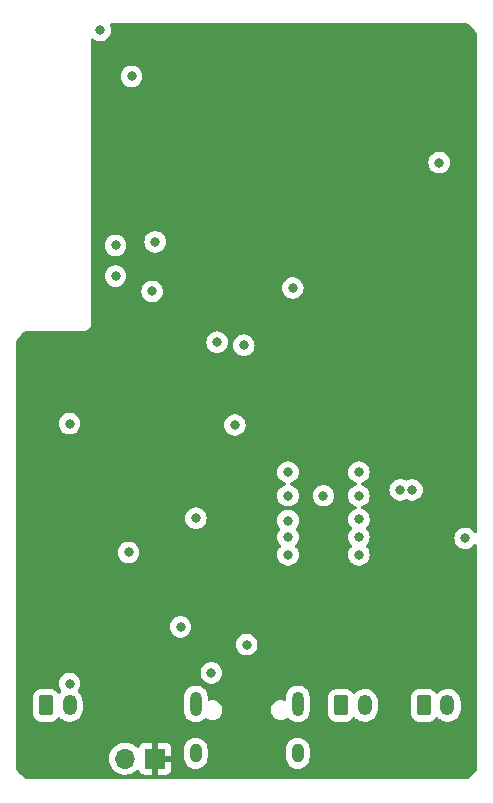
<source format=gbr>
%TF.GenerationSoftware,KiCad,Pcbnew,(6.0.2)*%
%TF.CreationDate,2022-03-14T11:31:15-04:00*%
%TF.ProjectId,aquabotsBMS,61717561-626f-4747-9342-4d532e6b6963,rev?*%
%TF.SameCoordinates,Original*%
%TF.FileFunction,Copper,L3,Inr*%
%TF.FilePolarity,Positive*%
%FSLAX46Y46*%
G04 Gerber Fmt 4.6, Leading zero omitted, Abs format (unit mm)*
G04 Created by KiCad (PCBNEW (6.0.2)) date 2022-03-14 11:31:15*
%MOMM*%
%LPD*%
G01*
G04 APERTURE LIST*
G04 Aperture macros list*
%AMRoundRect*
0 Rectangle with rounded corners*
0 $1 Rounding radius*
0 $2 $3 $4 $5 $6 $7 $8 $9 X,Y pos of 4 corners*
0 Add a 4 corners polygon primitive as box body*
4,1,4,$2,$3,$4,$5,$6,$7,$8,$9,$2,$3,0*
0 Add four circle primitives for the rounded corners*
1,1,$1+$1,$2,$3*
1,1,$1+$1,$4,$5*
1,1,$1+$1,$6,$7*
1,1,$1+$1,$8,$9*
0 Add four rect primitives between the rounded corners*
20,1,$1+$1,$2,$3,$4,$5,0*
20,1,$1+$1,$4,$5,$6,$7,0*
20,1,$1+$1,$6,$7,$8,$9,0*
20,1,$1+$1,$8,$9,$2,$3,0*%
G04 Aperture macros list end*
%TA.AperFunction,ComponentPad*%
%ADD10RoundRect,0.250000X-0.350000X-0.625000X0.350000X-0.625000X0.350000X0.625000X-0.350000X0.625000X0*%
%TD*%
%TA.AperFunction,ComponentPad*%
%ADD11O,1.200000X1.750000*%
%TD*%
%TA.AperFunction,ComponentPad*%
%ADD12R,1.700000X1.700000*%
%TD*%
%TA.AperFunction,ComponentPad*%
%ADD13O,1.700000X1.700000*%
%TD*%
%TA.AperFunction,ComponentPad*%
%ADD14O,1.000000X2.100000*%
%TD*%
%TA.AperFunction,ComponentPad*%
%ADD15O,1.000000X1.600000*%
%TD*%
%TA.AperFunction,ViaPad*%
%ADD16C,0.800000*%
%TD*%
G04 APERTURE END LIST*
D10*
%TO.N,/I2C_SDA*%
%TO.C,J5*%
X158000000Y-126250000D03*
D11*
%TO.N,/I2C_SCL*%
X160000000Y-126250000D03*
%TD*%
D10*
%TO.N,Net-(J2-Pad1)*%
%TO.C,J2*%
X165000000Y-126250000D03*
D11*
%TO.N,Net-(J2-Pad2)*%
X167000000Y-126250000D03*
%TD*%
D10*
%TO.N,/MODULE_RX*%
%TO.C,J3*%
X133000000Y-126250000D03*
D11*
%TO.N,+3V3*%
X135000000Y-126250000D03*
%TD*%
D12*
%TO.N,GND*%
%TO.C,J4*%
X142250000Y-130750000D03*
D13*
%TO.N,+BATT*%
X139710000Y-130750000D03*
%TD*%
D14*
%TO.N,Net-(C5-Pad1)*%
%TO.C,J1*%
X154320000Y-126120000D03*
D15*
X154320000Y-130300000D03*
X145680000Y-130300000D03*
D14*
X145680000Y-126120000D03*
%TD*%
D16*
%TO.N,GND*%
X166800000Y-85000000D03*
X166700000Y-75300000D03*
X151000000Y-106600000D03*
X147400000Y-119600000D03*
X162200000Y-115500000D03*
X142900000Y-125700000D03*
X145000000Y-107100000D03*
X141600000Y-125700000D03*
X160900000Y-114000000D03*
X151000000Y-103300000D03*
X140600000Y-97500000D03*
X162100000Y-73100000D03*
X169100000Y-85000000D03*
X142600000Y-107100000D03*
X163500000Y-72000000D03*
X139700000Y-106200000D03*
X146100000Y-116000000D03*
X141600000Y-128300000D03*
X143800000Y-105300000D03*
X138800000Y-93700000D03*
X155400000Y-83700000D03*
X163400000Y-73500000D03*
X155600000Y-119600000D03*
X145900000Y-119600000D03*
X153300000Y-123700000D03*
X142600000Y-105300000D03*
X140800000Y-106200000D03*
X149100000Y-116000000D03*
X140400000Y-83700000D03*
X147100000Y-105300000D03*
X147500000Y-99200000D03*
X166500000Y-69750000D03*
X166500000Y-72000000D03*
X156500000Y-106500000D03*
X162250000Y-79500000D03*
X169100000Y-103000000D03*
X166300000Y-81800000D03*
X152000000Y-128500000D03*
X145000000Y-105300000D03*
X140500000Y-93700000D03*
X137500000Y-87300000D03*
X167300000Y-115500000D03*
X154100000Y-119600000D03*
X165100000Y-92900000D03*
X155400000Y-76200000D03*
X169100000Y-94000000D03*
X137000000Y-97500000D03*
X160000000Y-130500000D03*
X140400000Y-76200000D03*
X150000000Y-123200000D03*
X148600000Y-94000000D03*
X138000000Y-122000000D03*
X166800000Y-94000000D03*
X142900000Y-127000000D03*
X142900000Y-128300000D03*
X163500000Y-69750000D03*
X152600000Y-119600000D03*
X159100000Y-97900000D03*
X145800000Y-124100000D03*
X136975000Y-113775000D03*
X154200000Y-94000000D03*
X161500000Y-102000000D03*
X131100000Y-108000000D03*
X165400000Y-113900000D03*
X144400000Y-69100000D03*
X151000000Y-101000000D03*
X143800000Y-107100000D03*
X151000000Y-105300000D03*
X152500000Y-99200000D03*
X166700000Y-77700000D03*
X166800000Y-103000000D03*
X131500000Y-122000000D03*
X165000000Y-130750000D03*
X147100000Y-106600000D03*
X132000000Y-95900000D03*
X165000000Y-88700000D03*
X141600000Y-127000000D03*
X148250000Y-128500000D03*
X168000000Y-110000000D03*
X137500000Y-72600000D03*
X157200000Y-118700000D03*
X166400000Y-108300000D03*
X161500000Y-96000000D03*
X157200000Y-116400000D03*
%TO.N,+3V3*%
X159500000Y-110500000D03*
X153500000Y-112000000D03*
X159500000Y-113500000D03*
X166300000Y-80300000D03*
X138900000Y-89900000D03*
X156500000Y-108500000D03*
X153500000Y-108500000D03*
X137600000Y-69100000D03*
X153500000Y-113500000D03*
X153500000Y-110600000D03*
X138900000Y-87300000D03*
X135000000Y-124400000D03*
X142000000Y-91200000D03*
X159500000Y-108500000D03*
X153500000Y-106500000D03*
X159500000Y-112000000D03*
X140000000Y-113300000D03*
X159500000Y-106500000D03*
%TO.N,/MODULE_TX*%
X168500000Y-112100000D03*
X153900000Y-90900000D03*
%TO.N,/I2C_SDA*%
X164000003Y-108000000D03*
%TO.N,/I2C_SCL*%
X163000000Y-108000000D03*
%TO.N,VBUS*%
X135000000Y-102400000D03*
X144400000Y-119600000D03*
%TO.N,Net-(C6-Pad1)*%
X147006250Y-123493750D03*
X150000000Y-121100000D03*
%TO.N,/EN*%
X149750000Y-95750000D03*
X140250000Y-73000000D03*
%TO.N,/IO0*%
X142250000Y-87000000D03*
X147500000Y-95500000D03*
%TO.N,Net-(C12-Pad2)*%
X149000000Y-102500000D03*
X145700000Y-110400000D03*
%TD*%
%TA.AperFunction,Conductor*%
%TO.N,GND*%
G36*
X168696740Y-68531239D02*
G01*
X168864699Y-68650412D01*
X168875740Y-68659216D01*
X168960239Y-68734729D01*
X169116044Y-68873965D01*
X169126034Y-68883955D01*
X169340784Y-69124260D01*
X169349588Y-69135301D01*
X169468761Y-69303260D01*
X169492000Y-69376172D01*
X169492000Y-111530957D01*
X169471998Y-111599078D01*
X169418342Y-111645571D01*
X169348068Y-111655675D01*
X169283488Y-111626181D01*
X169256881Y-111593958D01*
X169242341Y-111568774D01*
X169239040Y-111563056D01*
X169111253Y-111421134D01*
X169012157Y-111349136D01*
X168962094Y-111312763D01*
X168962093Y-111312762D01*
X168956752Y-111308882D01*
X168950724Y-111306198D01*
X168950722Y-111306197D01*
X168788319Y-111233891D01*
X168788318Y-111233891D01*
X168782288Y-111231206D01*
X168688888Y-111211353D01*
X168601944Y-111192872D01*
X168601939Y-111192872D01*
X168595487Y-111191500D01*
X168404513Y-111191500D01*
X168398061Y-111192872D01*
X168398056Y-111192872D01*
X168311113Y-111211353D01*
X168217712Y-111231206D01*
X168211682Y-111233891D01*
X168211681Y-111233891D01*
X168049278Y-111306197D01*
X168049276Y-111306198D01*
X168043248Y-111308882D01*
X168037907Y-111312762D01*
X168037906Y-111312763D01*
X167987843Y-111349136D01*
X167888747Y-111421134D01*
X167760960Y-111563056D01*
X167665473Y-111728444D01*
X167606458Y-111910072D01*
X167586496Y-112100000D01*
X167587186Y-112106565D01*
X167596608Y-112196206D01*
X167606458Y-112289928D01*
X167665473Y-112471556D01*
X167760960Y-112636944D01*
X167888747Y-112778866D01*
X168043248Y-112891118D01*
X168049276Y-112893802D01*
X168049278Y-112893803D01*
X168204824Y-112963056D01*
X168217712Y-112968794D01*
X168311112Y-112988647D01*
X168398056Y-113007128D01*
X168398061Y-113007128D01*
X168404513Y-113008500D01*
X168595487Y-113008500D01*
X168601939Y-113007128D01*
X168601944Y-113007128D01*
X168688888Y-112988647D01*
X168782288Y-112968794D01*
X168795176Y-112963056D01*
X168950722Y-112893803D01*
X168950724Y-112893802D01*
X168956752Y-112891118D01*
X169111253Y-112778866D01*
X169239040Y-112636944D01*
X169256882Y-112606041D01*
X169308264Y-112557049D01*
X169377978Y-112543614D01*
X169443889Y-112570001D01*
X169485070Y-112627833D01*
X169492000Y-112669043D01*
X169492000Y-131623828D01*
X169468761Y-131696740D01*
X169349588Y-131864699D01*
X169340784Y-131875740D01*
X169126035Y-132116044D01*
X169116045Y-132126034D01*
X168875740Y-132340784D01*
X168864699Y-132349588D01*
X168696740Y-132468761D01*
X168623828Y-132492000D01*
X131376172Y-132492000D01*
X131303260Y-132468761D01*
X131135301Y-132349588D01*
X131124260Y-132340784D01*
X130883955Y-132126034D01*
X130873965Y-132116044D01*
X130659216Y-131875740D01*
X130650412Y-131864699D01*
X130531239Y-131696740D01*
X130508000Y-131623828D01*
X130508000Y-130716695D01*
X138347251Y-130716695D01*
X138347548Y-130721848D01*
X138347548Y-130721851D01*
X138352212Y-130802736D01*
X138360110Y-130939715D01*
X138361247Y-130944761D01*
X138361248Y-130944767D01*
X138375606Y-131008475D01*
X138409222Y-131157639D01*
X138493266Y-131364616D01*
X138495965Y-131369020D01*
X138597186Y-131534198D01*
X138609987Y-131555088D01*
X138756250Y-131723938D01*
X138928126Y-131866632D01*
X139121000Y-131979338D01*
X139329692Y-132059030D01*
X139334760Y-132060061D01*
X139334763Y-132060062D01*
X139442017Y-132081883D01*
X139548597Y-132103567D01*
X139553772Y-132103757D01*
X139553774Y-132103757D01*
X139766673Y-132111564D01*
X139766677Y-132111564D01*
X139771837Y-132111753D01*
X139776957Y-132111097D01*
X139776959Y-132111097D01*
X139988288Y-132084025D01*
X139988289Y-132084025D01*
X139993416Y-132083368D01*
X139998366Y-132081883D01*
X140202429Y-132020661D01*
X140202434Y-132020659D01*
X140207384Y-132019174D01*
X140407994Y-131920896D01*
X140589860Y-131791173D01*
X140657331Y-131723938D01*
X140698479Y-131682933D01*
X140760851Y-131649017D01*
X140831658Y-131654205D01*
X140888419Y-131696851D01*
X140905401Y-131727954D01*
X140946676Y-131838054D01*
X140955214Y-131853649D01*
X141031715Y-131955724D01*
X141044276Y-131968285D01*
X141146351Y-132044786D01*
X141161946Y-132053324D01*
X141282394Y-132098478D01*
X141297649Y-132102105D01*
X141348514Y-132107631D01*
X141355328Y-132108000D01*
X141977885Y-132108000D01*
X141993124Y-132103525D01*
X141994329Y-132102135D01*
X141996000Y-132094452D01*
X141996000Y-132089884D01*
X142504000Y-132089884D01*
X142508475Y-132105123D01*
X142509865Y-132106328D01*
X142517548Y-132107999D01*
X143144669Y-132107999D01*
X143151490Y-132107629D01*
X143202352Y-132102105D01*
X143217604Y-132098479D01*
X143338054Y-132053324D01*
X143353649Y-132044786D01*
X143455724Y-131968285D01*
X143468285Y-131955724D01*
X143544786Y-131853649D01*
X143553324Y-131838054D01*
X143598478Y-131717606D01*
X143602105Y-131702351D01*
X143607631Y-131651486D01*
X143608000Y-131644672D01*
X143608000Y-131022115D01*
X143603525Y-131006876D01*
X143602135Y-131005671D01*
X143594452Y-131004000D01*
X142522115Y-131004000D01*
X142506876Y-131008475D01*
X142505671Y-131009865D01*
X142504000Y-131017548D01*
X142504000Y-132089884D01*
X141996000Y-132089884D01*
X141996000Y-130649769D01*
X144671500Y-130649769D01*
X144671800Y-130652825D01*
X144671800Y-130652832D01*
X144672530Y-130660273D01*
X144685920Y-130796833D01*
X144743084Y-130986169D01*
X144835934Y-131160796D01*
X144906291Y-131247062D01*
X144957040Y-131309287D01*
X144957043Y-131309290D01*
X144960935Y-131314062D01*
X144965682Y-131317989D01*
X144965684Y-131317991D01*
X145108575Y-131436201D01*
X145108579Y-131436203D01*
X145113325Y-131440130D01*
X145287299Y-131534198D01*
X145476232Y-131592682D01*
X145482357Y-131593326D01*
X145482358Y-131593326D01*
X145666796Y-131612711D01*
X145666798Y-131612711D01*
X145672925Y-131613355D01*
X145755424Y-131605847D01*
X145863749Y-131595989D01*
X145863752Y-131595988D01*
X145869888Y-131595430D01*
X145875794Y-131593692D01*
X145875798Y-131593691D01*
X146021907Y-131550689D01*
X146059619Y-131539590D01*
X146065077Y-131536737D01*
X146065081Y-131536735D01*
X146155853Y-131489280D01*
X146234890Y-131447960D01*
X146389025Y-131324032D01*
X146516154Y-131172526D01*
X146519121Y-131167128D01*
X146519125Y-131167123D01*
X146608467Y-131004608D01*
X146611433Y-130999213D01*
X146613846Y-130991608D01*
X146669373Y-130816564D01*
X146669373Y-130816563D01*
X146671235Y-130810694D01*
X146688500Y-130656773D01*
X146688500Y-130649769D01*
X153311500Y-130649769D01*
X153311800Y-130652825D01*
X153311800Y-130652832D01*
X153312530Y-130660273D01*
X153325920Y-130796833D01*
X153383084Y-130986169D01*
X153475934Y-131160796D01*
X153546291Y-131247062D01*
X153597040Y-131309287D01*
X153597043Y-131309290D01*
X153600935Y-131314062D01*
X153605682Y-131317989D01*
X153605684Y-131317991D01*
X153748575Y-131436201D01*
X153748579Y-131436203D01*
X153753325Y-131440130D01*
X153927299Y-131534198D01*
X154116232Y-131592682D01*
X154122357Y-131593326D01*
X154122358Y-131593326D01*
X154306796Y-131612711D01*
X154306798Y-131612711D01*
X154312925Y-131613355D01*
X154395424Y-131605847D01*
X154503749Y-131595989D01*
X154503752Y-131595988D01*
X154509888Y-131595430D01*
X154515794Y-131593692D01*
X154515798Y-131593691D01*
X154661907Y-131550689D01*
X154699619Y-131539590D01*
X154705077Y-131536737D01*
X154705081Y-131536735D01*
X154795853Y-131489280D01*
X154874890Y-131447960D01*
X155029025Y-131324032D01*
X155156154Y-131172526D01*
X155159121Y-131167128D01*
X155159125Y-131167123D01*
X155248467Y-131004608D01*
X155251433Y-130999213D01*
X155253846Y-130991608D01*
X155309373Y-130816564D01*
X155309373Y-130816563D01*
X155311235Y-130810694D01*
X155328500Y-130656773D01*
X155328500Y-129950231D01*
X155327814Y-129943227D01*
X155317552Y-129838578D01*
X155314080Y-129803167D01*
X155256916Y-129613831D01*
X155164066Y-129439204D01*
X155093709Y-129352938D01*
X155042960Y-129290713D01*
X155042957Y-129290710D01*
X155039065Y-129285938D01*
X155032724Y-129280692D01*
X154891425Y-129163799D01*
X154891421Y-129163797D01*
X154886675Y-129159870D01*
X154712701Y-129065802D01*
X154523768Y-129007318D01*
X154517643Y-129006674D01*
X154517642Y-129006674D01*
X154333204Y-128987289D01*
X154333202Y-128987289D01*
X154327075Y-128986645D01*
X154244576Y-128994153D01*
X154136251Y-129004011D01*
X154136248Y-129004012D01*
X154130112Y-129004570D01*
X154124206Y-129006308D01*
X154124202Y-129006309D01*
X154019076Y-129037249D01*
X153940381Y-129060410D01*
X153934923Y-129063263D01*
X153934919Y-129063265D01*
X153844147Y-129110720D01*
X153765110Y-129152040D01*
X153610975Y-129275968D01*
X153483846Y-129427474D01*
X153480879Y-129432872D01*
X153480875Y-129432877D01*
X153426539Y-129531715D01*
X153388567Y-129600787D01*
X153386706Y-129606654D01*
X153386705Y-129606656D01*
X153346191Y-129734373D01*
X153328765Y-129789306D01*
X153311500Y-129943227D01*
X153311500Y-130649769D01*
X146688500Y-130649769D01*
X146688500Y-129950231D01*
X146687814Y-129943227D01*
X146677552Y-129838578D01*
X146674080Y-129803167D01*
X146616916Y-129613831D01*
X146524066Y-129439204D01*
X146453709Y-129352938D01*
X146402960Y-129290713D01*
X146402957Y-129290710D01*
X146399065Y-129285938D01*
X146392724Y-129280692D01*
X146251425Y-129163799D01*
X146251421Y-129163797D01*
X146246675Y-129159870D01*
X146072701Y-129065802D01*
X145883768Y-129007318D01*
X145877643Y-129006674D01*
X145877642Y-129006674D01*
X145693204Y-128987289D01*
X145693202Y-128987289D01*
X145687075Y-128986645D01*
X145604576Y-128994153D01*
X145496251Y-129004011D01*
X145496248Y-129004012D01*
X145490112Y-129004570D01*
X145484206Y-129006308D01*
X145484202Y-129006309D01*
X145379076Y-129037249D01*
X145300381Y-129060410D01*
X145294923Y-129063263D01*
X145294919Y-129063265D01*
X145204147Y-129110720D01*
X145125110Y-129152040D01*
X144970975Y-129275968D01*
X144843846Y-129427474D01*
X144840879Y-129432872D01*
X144840875Y-129432877D01*
X144786539Y-129531715D01*
X144748567Y-129600787D01*
X144746706Y-129606654D01*
X144746705Y-129606656D01*
X144706191Y-129734373D01*
X144688765Y-129789306D01*
X144671500Y-129943227D01*
X144671500Y-130649769D01*
X141996000Y-130649769D01*
X141996000Y-130477885D01*
X142504000Y-130477885D01*
X142508475Y-130493124D01*
X142509865Y-130494329D01*
X142517548Y-130496000D01*
X143589884Y-130496000D01*
X143605123Y-130491525D01*
X143606328Y-130490135D01*
X143607999Y-130482452D01*
X143607999Y-129855331D01*
X143607629Y-129848510D01*
X143602105Y-129797648D01*
X143598479Y-129782396D01*
X143553324Y-129661946D01*
X143544786Y-129646351D01*
X143468285Y-129544276D01*
X143455724Y-129531715D01*
X143353649Y-129455214D01*
X143338054Y-129446676D01*
X143217606Y-129401522D01*
X143202351Y-129397895D01*
X143151486Y-129392369D01*
X143144672Y-129392000D01*
X142522115Y-129392000D01*
X142506876Y-129396475D01*
X142505671Y-129397865D01*
X142504000Y-129405548D01*
X142504000Y-130477885D01*
X141996000Y-130477885D01*
X141996000Y-129410116D01*
X141991525Y-129394877D01*
X141990135Y-129393672D01*
X141982452Y-129392001D01*
X141355331Y-129392001D01*
X141348510Y-129392371D01*
X141297648Y-129397895D01*
X141282396Y-129401521D01*
X141161946Y-129446676D01*
X141146351Y-129455214D01*
X141044276Y-129531715D01*
X141031715Y-129544276D01*
X140955214Y-129646351D01*
X140946676Y-129661946D01*
X140905297Y-129772322D01*
X140862655Y-129829087D01*
X140796093Y-129853786D01*
X140726744Y-129838578D01*
X140694121Y-129812891D01*
X140643151Y-129756876D01*
X140643148Y-129756873D01*
X140639670Y-129753051D01*
X140635619Y-129749852D01*
X140635615Y-129749848D01*
X140468414Y-129617800D01*
X140468410Y-129617798D01*
X140464359Y-129614598D01*
X140439341Y-129600787D01*
X140336970Y-129544276D01*
X140268789Y-129506638D01*
X140263920Y-129504914D01*
X140263916Y-129504912D01*
X140063087Y-129433795D01*
X140063083Y-129433794D01*
X140058212Y-129432069D01*
X140053119Y-129431162D01*
X140053116Y-129431161D01*
X139843373Y-129393800D01*
X139843367Y-129393799D01*
X139838284Y-129392894D01*
X139764452Y-129391992D01*
X139620081Y-129390228D01*
X139620079Y-129390228D01*
X139614911Y-129390165D01*
X139394091Y-129423955D01*
X139181756Y-129493357D01*
X138983607Y-129596507D01*
X138979474Y-129599610D01*
X138979471Y-129599612D01*
X138896450Y-129661946D01*
X138804965Y-129730635D01*
X138650629Y-129892138D01*
X138647715Y-129896410D01*
X138647714Y-129896411D01*
X138613090Y-129947168D01*
X138524743Y-130076680D01*
X138430688Y-130279305D01*
X138370989Y-130494570D01*
X138347251Y-130716695D01*
X130508000Y-130716695D01*
X130508000Y-126925400D01*
X131891500Y-126925400D01*
X131891837Y-126928646D01*
X131891837Y-126928650D01*
X131895576Y-126964680D01*
X131902474Y-127031166D01*
X131904655Y-127037702D01*
X131904655Y-127037704D01*
X131916967Y-127074608D01*
X131958450Y-127198946D01*
X132051522Y-127349348D01*
X132176697Y-127474305D01*
X132182927Y-127478145D01*
X132182928Y-127478146D01*
X132320090Y-127562694D01*
X132327262Y-127567115D01*
X132352217Y-127575392D01*
X132488611Y-127620632D01*
X132488613Y-127620632D01*
X132495139Y-127622797D01*
X132501975Y-127623497D01*
X132501978Y-127623498D01*
X132540386Y-127627433D01*
X132599600Y-127633500D01*
X133400400Y-127633500D01*
X133403646Y-127633163D01*
X133403650Y-127633163D01*
X133499308Y-127623238D01*
X133499312Y-127623237D01*
X133506166Y-127622526D01*
X133512702Y-127620345D01*
X133512704Y-127620345D01*
X133647443Y-127575392D01*
X133673946Y-127566550D01*
X133824348Y-127473478D01*
X133949305Y-127348303D01*
X133981075Y-127296764D01*
X134033846Y-127249271D01*
X134103918Y-127237847D01*
X134169042Y-127266121D01*
X134187418Y-127285045D01*
X134193604Y-127292920D01*
X134198135Y-127296852D01*
X134198138Y-127296855D01*
X134284058Y-127371412D01*
X134353363Y-127431552D01*
X134358549Y-127434552D01*
X134358553Y-127434555D01*
X134507656Y-127520813D01*
X134536454Y-127537473D01*
X134736271Y-127606861D01*
X134742206Y-127607722D01*
X134742208Y-127607722D01*
X134939664Y-127636352D01*
X134939667Y-127636352D01*
X134945604Y-127637213D01*
X135156899Y-127627433D01*
X135288077Y-127595819D01*
X135356701Y-127579281D01*
X135356703Y-127579280D01*
X135362534Y-127577875D01*
X135367992Y-127575393D01*
X135367996Y-127575392D01*
X135505084Y-127513061D01*
X135555087Y-127490326D01*
X135727611Y-127367946D01*
X135852260Y-127237736D01*
X135869736Y-127219480D01*
X135873881Y-127215150D01*
X135988620Y-127037452D01*
X136035094Y-126922134D01*
X136065442Y-126846832D01*
X136065443Y-126846829D01*
X136067686Y-126841263D01*
X136091412Y-126719769D01*
X144671500Y-126719769D01*
X144671800Y-126722825D01*
X144671800Y-126722832D01*
X144672530Y-126730273D01*
X144685920Y-126866833D01*
X144743084Y-127056169D01*
X144835934Y-127230796D01*
X144900421Y-127309865D01*
X144957040Y-127379287D01*
X144957043Y-127379290D01*
X144960935Y-127384062D01*
X144965682Y-127387989D01*
X144965684Y-127387991D01*
X145108575Y-127506201D01*
X145108579Y-127506203D01*
X145113325Y-127510130D01*
X145287299Y-127604198D01*
X145476232Y-127662682D01*
X145482357Y-127663326D01*
X145482358Y-127663326D01*
X145666796Y-127682711D01*
X145666798Y-127682711D01*
X145672925Y-127683355D01*
X145755424Y-127675847D01*
X145863749Y-127665989D01*
X145863752Y-127665988D01*
X145869888Y-127665430D01*
X145875794Y-127663692D01*
X145875798Y-127663691D01*
X145980924Y-127632751D01*
X146059619Y-127609590D01*
X146065077Y-127606737D01*
X146065081Y-127606735D01*
X146155853Y-127559280D01*
X146234890Y-127517960D01*
X146389025Y-127394032D01*
X146437400Y-127336381D01*
X146496507Y-127297056D01*
X146567494Y-127295930D01*
X146610448Y-127317278D01*
X146670257Y-127363006D01*
X146670261Y-127363009D01*
X146675678Y-127367150D01*
X146762372Y-127407576D01*
X146833631Y-127440805D01*
X146833634Y-127440806D01*
X146839808Y-127443685D01*
X146846456Y-127445171D01*
X146846459Y-127445172D01*
X146949911Y-127468296D01*
X147016543Y-127483190D01*
X147022088Y-127483500D01*
X147155244Y-127483500D01*
X147290037Y-127468857D01*
X147412566Y-127427621D01*
X147455204Y-127413272D01*
X147455206Y-127413271D01*
X147461675Y-127411094D01*
X147616905Y-127317823D01*
X147621862Y-127313135D01*
X147621865Y-127313133D01*
X147743527Y-127198082D01*
X147743529Y-127198080D01*
X147748485Y-127193393D01*
X147752317Y-127187755D01*
X147752320Y-127187751D01*
X147846442Y-127049255D01*
X147850277Y-127043612D01*
X147917530Y-126875466D01*
X147918644Y-126868738D01*
X147918645Y-126868734D01*
X147945993Y-126703539D01*
X147945993Y-126703536D01*
X147947108Y-126696802D01*
X147943508Y-126628101D01*
X147942203Y-126603198D01*
X152052892Y-126603198D01*
X152053249Y-126610015D01*
X152053249Y-126610019D01*
X152058151Y-126703539D01*
X152062370Y-126784047D01*
X152064181Y-126790620D01*
X152064181Y-126790623D01*
X152086799Y-126872736D01*
X152110461Y-126958641D01*
X152194922Y-127118836D01*
X152199327Y-127124049D01*
X152199330Y-127124053D01*
X152307406Y-127251943D01*
X152307410Y-127251947D01*
X152311813Y-127257157D01*
X152317237Y-127261304D01*
X152317238Y-127261305D01*
X152450257Y-127363006D01*
X152450261Y-127363009D01*
X152455678Y-127367150D01*
X152542372Y-127407576D01*
X152613631Y-127440805D01*
X152613634Y-127440806D01*
X152619808Y-127443685D01*
X152626456Y-127445171D01*
X152626459Y-127445172D01*
X152729911Y-127468296D01*
X152796543Y-127483190D01*
X152802088Y-127483500D01*
X152935244Y-127483500D01*
X153070037Y-127468857D01*
X153192566Y-127427621D01*
X153235204Y-127413272D01*
X153235206Y-127413271D01*
X153241675Y-127411094D01*
X153396905Y-127317823D01*
X153397329Y-127318528D01*
X153458520Y-127295238D01*
X153527993Y-127309865D01*
X153565992Y-127341218D01*
X153572623Y-127349348D01*
X153600935Y-127384062D01*
X153605682Y-127387989D01*
X153605684Y-127387991D01*
X153748575Y-127506201D01*
X153748579Y-127506203D01*
X153753325Y-127510130D01*
X153927299Y-127604198D01*
X154116232Y-127662682D01*
X154122357Y-127663326D01*
X154122358Y-127663326D01*
X154306796Y-127682711D01*
X154306798Y-127682711D01*
X154312925Y-127683355D01*
X154395424Y-127675847D01*
X154503749Y-127665989D01*
X154503752Y-127665988D01*
X154509888Y-127665430D01*
X154515794Y-127663692D01*
X154515798Y-127663691D01*
X154620924Y-127632751D01*
X154699619Y-127609590D01*
X154705077Y-127606737D01*
X154705081Y-127606735D01*
X154795853Y-127559280D01*
X154874890Y-127517960D01*
X155029025Y-127394032D01*
X155156154Y-127242526D01*
X155159121Y-127237128D01*
X155159125Y-127237123D01*
X155248467Y-127074608D01*
X155251433Y-127069213D01*
X155253846Y-127061608D01*
X155297054Y-126925400D01*
X156891500Y-126925400D01*
X156891837Y-126928646D01*
X156891837Y-126928650D01*
X156895576Y-126964680D01*
X156902474Y-127031166D01*
X156904655Y-127037702D01*
X156904655Y-127037704D01*
X156916967Y-127074608D01*
X156958450Y-127198946D01*
X157051522Y-127349348D01*
X157176697Y-127474305D01*
X157182927Y-127478145D01*
X157182928Y-127478146D01*
X157320090Y-127562694D01*
X157327262Y-127567115D01*
X157352217Y-127575392D01*
X157488611Y-127620632D01*
X157488613Y-127620632D01*
X157495139Y-127622797D01*
X157501975Y-127623497D01*
X157501978Y-127623498D01*
X157540386Y-127627433D01*
X157599600Y-127633500D01*
X158400400Y-127633500D01*
X158403646Y-127633163D01*
X158403650Y-127633163D01*
X158499308Y-127623238D01*
X158499312Y-127623237D01*
X158506166Y-127622526D01*
X158512702Y-127620345D01*
X158512704Y-127620345D01*
X158647443Y-127575392D01*
X158673946Y-127566550D01*
X158824348Y-127473478D01*
X158949305Y-127348303D01*
X158981075Y-127296764D01*
X159033846Y-127249271D01*
X159103918Y-127237847D01*
X159169042Y-127266121D01*
X159187418Y-127285045D01*
X159193604Y-127292920D01*
X159198135Y-127296852D01*
X159198138Y-127296855D01*
X159284058Y-127371412D01*
X159353363Y-127431552D01*
X159358549Y-127434552D01*
X159358553Y-127434555D01*
X159507656Y-127520813D01*
X159536454Y-127537473D01*
X159736271Y-127606861D01*
X159742206Y-127607722D01*
X159742208Y-127607722D01*
X159939664Y-127636352D01*
X159939667Y-127636352D01*
X159945604Y-127637213D01*
X160156899Y-127627433D01*
X160288077Y-127595819D01*
X160356701Y-127579281D01*
X160356703Y-127579280D01*
X160362534Y-127577875D01*
X160367992Y-127575393D01*
X160367996Y-127575392D01*
X160505084Y-127513061D01*
X160555087Y-127490326D01*
X160727611Y-127367946D01*
X160852260Y-127237736D01*
X160869736Y-127219480D01*
X160873881Y-127215150D01*
X160988620Y-127037452D01*
X161033778Y-126925400D01*
X163891500Y-126925400D01*
X163891837Y-126928646D01*
X163891837Y-126928650D01*
X163895576Y-126964680D01*
X163902474Y-127031166D01*
X163904655Y-127037702D01*
X163904655Y-127037704D01*
X163916967Y-127074608D01*
X163958450Y-127198946D01*
X164051522Y-127349348D01*
X164176697Y-127474305D01*
X164182927Y-127478145D01*
X164182928Y-127478146D01*
X164320090Y-127562694D01*
X164327262Y-127567115D01*
X164352217Y-127575392D01*
X164488611Y-127620632D01*
X164488613Y-127620632D01*
X164495139Y-127622797D01*
X164501975Y-127623497D01*
X164501978Y-127623498D01*
X164540386Y-127627433D01*
X164599600Y-127633500D01*
X165400400Y-127633500D01*
X165403646Y-127633163D01*
X165403650Y-127633163D01*
X165499308Y-127623238D01*
X165499312Y-127623237D01*
X165506166Y-127622526D01*
X165512702Y-127620345D01*
X165512704Y-127620345D01*
X165647443Y-127575392D01*
X165673946Y-127566550D01*
X165824348Y-127473478D01*
X165949305Y-127348303D01*
X165981075Y-127296764D01*
X166033846Y-127249271D01*
X166103918Y-127237847D01*
X166169042Y-127266121D01*
X166187418Y-127285045D01*
X166193604Y-127292920D01*
X166198135Y-127296852D01*
X166198138Y-127296855D01*
X166284058Y-127371412D01*
X166353363Y-127431552D01*
X166358549Y-127434552D01*
X166358553Y-127434555D01*
X166507656Y-127520813D01*
X166536454Y-127537473D01*
X166736271Y-127606861D01*
X166742206Y-127607722D01*
X166742208Y-127607722D01*
X166939664Y-127636352D01*
X166939667Y-127636352D01*
X166945604Y-127637213D01*
X167156899Y-127627433D01*
X167288077Y-127595819D01*
X167356701Y-127579281D01*
X167356703Y-127579280D01*
X167362534Y-127577875D01*
X167367992Y-127575393D01*
X167367996Y-127575392D01*
X167505084Y-127513061D01*
X167555087Y-127490326D01*
X167727611Y-127367946D01*
X167852260Y-127237736D01*
X167869736Y-127219480D01*
X167873881Y-127215150D01*
X167988620Y-127037452D01*
X168035094Y-126922134D01*
X168065442Y-126846832D01*
X168065443Y-126846829D01*
X168067686Y-126841263D01*
X168108228Y-126633663D01*
X168108500Y-126628101D01*
X168108500Y-125922154D01*
X168093452Y-125764434D01*
X168033908Y-125561466D01*
X167986872Y-125470139D01*
X167939804Y-125378751D01*
X167939802Y-125378748D01*
X167937058Y-125373420D01*
X167806396Y-125207080D01*
X167801865Y-125203148D01*
X167801862Y-125203145D01*
X167651167Y-125072379D01*
X167646637Y-125068448D01*
X167641451Y-125065448D01*
X167641447Y-125065445D01*
X167468742Y-124965533D01*
X167463546Y-124962527D01*
X167263729Y-124893139D01*
X167257794Y-124892278D01*
X167257792Y-124892278D01*
X167060336Y-124863648D01*
X167060333Y-124863648D01*
X167054396Y-124862787D01*
X166843101Y-124872567D01*
X166711923Y-124904181D01*
X166643299Y-124920719D01*
X166643297Y-124920720D01*
X166637466Y-124922125D01*
X166632008Y-124924607D01*
X166632004Y-124924608D01*
X166516959Y-124976916D01*
X166444913Y-125009674D01*
X166272389Y-125132054D01*
X166268247Y-125136381D01*
X166268241Y-125136386D01*
X166181194Y-125227317D01*
X166119639Y-125262694D01*
X166048730Y-125259175D01*
X165990979Y-125217879D01*
X165983032Y-125206491D01*
X165948478Y-125150652D01*
X165823303Y-125025695D01*
X165786286Y-125002877D01*
X165678968Y-124936725D01*
X165678966Y-124936724D01*
X165672738Y-124932885D01*
X165512254Y-124879655D01*
X165511389Y-124879368D01*
X165511387Y-124879368D01*
X165504861Y-124877203D01*
X165498025Y-124876503D01*
X165498022Y-124876502D01*
X165454969Y-124872091D01*
X165400400Y-124866500D01*
X164599600Y-124866500D01*
X164596354Y-124866837D01*
X164596350Y-124866837D01*
X164500692Y-124876762D01*
X164500688Y-124876763D01*
X164493834Y-124877474D01*
X164487298Y-124879655D01*
X164487296Y-124879655D01*
X164364213Y-124920719D01*
X164326054Y-124933450D01*
X164175652Y-125026522D01*
X164050695Y-125151697D01*
X164046855Y-125157927D01*
X164046854Y-125157928D01*
X164009900Y-125217879D01*
X163957885Y-125302262D01*
X163902203Y-125470139D01*
X163891500Y-125574600D01*
X163891500Y-126925400D01*
X161033778Y-126925400D01*
X161035094Y-126922134D01*
X161065442Y-126846832D01*
X161065443Y-126846829D01*
X161067686Y-126841263D01*
X161108228Y-126633663D01*
X161108500Y-126628101D01*
X161108500Y-125922154D01*
X161093452Y-125764434D01*
X161033908Y-125561466D01*
X160986872Y-125470139D01*
X160939804Y-125378751D01*
X160939802Y-125378748D01*
X160937058Y-125373420D01*
X160806396Y-125207080D01*
X160801865Y-125203148D01*
X160801862Y-125203145D01*
X160651167Y-125072379D01*
X160646637Y-125068448D01*
X160641451Y-125065448D01*
X160641447Y-125065445D01*
X160468742Y-124965533D01*
X160463546Y-124962527D01*
X160263729Y-124893139D01*
X160257794Y-124892278D01*
X160257792Y-124892278D01*
X160060336Y-124863648D01*
X160060333Y-124863648D01*
X160054396Y-124862787D01*
X159843101Y-124872567D01*
X159711923Y-124904181D01*
X159643299Y-124920719D01*
X159643297Y-124920720D01*
X159637466Y-124922125D01*
X159632008Y-124924607D01*
X159632004Y-124924608D01*
X159516959Y-124976916D01*
X159444913Y-125009674D01*
X159272389Y-125132054D01*
X159268247Y-125136381D01*
X159268241Y-125136386D01*
X159181194Y-125227317D01*
X159119639Y-125262694D01*
X159048730Y-125259175D01*
X158990979Y-125217879D01*
X158983032Y-125206491D01*
X158948478Y-125150652D01*
X158823303Y-125025695D01*
X158786286Y-125002877D01*
X158678968Y-124936725D01*
X158678966Y-124936724D01*
X158672738Y-124932885D01*
X158512254Y-124879655D01*
X158511389Y-124879368D01*
X158511387Y-124879368D01*
X158504861Y-124877203D01*
X158498025Y-124876503D01*
X158498022Y-124876502D01*
X158454969Y-124872091D01*
X158400400Y-124866500D01*
X157599600Y-124866500D01*
X157596354Y-124866837D01*
X157596350Y-124866837D01*
X157500692Y-124876762D01*
X157500688Y-124876763D01*
X157493834Y-124877474D01*
X157487298Y-124879655D01*
X157487296Y-124879655D01*
X157364213Y-124920719D01*
X157326054Y-124933450D01*
X157175652Y-125026522D01*
X157050695Y-125151697D01*
X157046855Y-125157927D01*
X157046854Y-125157928D01*
X157009900Y-125217879D01*
X156957885Y-125302262D01*
X156902203Y-125470139D01*
X156891500Y-125574600D01*
X156891500Y-126925400D01*
X155297054Y-126925400D01*
X155309373Y-126886564D01*
X155309373Y-126886563D01*
X155311235Y-126880694D01*
X155328500Y-126726773D01*
X155328500Y-125520231D01*
X155327814Y-125513227D01*
X155314681Y-125379301D01*
X155314080Y-125373167D01*
X155292673Y-125302262D01*
X155270045Y-125227317D01*
X155256916Y-125183831D01*
X155164066Y-125009204D01*
X155071010Y-124895106D01*
X155042960Y-124860713D01*
X155042957Y-124860710D01*
X155039065Y-124855938D01*
X155032724Y-124850692D01*
X154891425Y-124733799D01*
X154891421Y-124733797D01*
X154886675Y-124729870D01*
X154712701Y-124635802D01*
X154523768Y-124577318D01*
X154517643Y-124576674D01*
X154517642Y-124576674D01*
X154333204Y-124557289D01*
X154333202Y-124557289D01*
X154327075Y-124556645D01*
X154244576Y-124564153D01*
X154136251Y-124574011D01*
X154136248Y-124574012D01*
X154130112Y-124574570D01*
X154124206Y-124576308D01*
X154124202Y-124576309D01*
X154056598Y-124596206D01*
X153940381Y-124630410D01*
X153934923Y-124633263D01*
X153934919Y-124633265D01*
X153844147Y-124680720D01*
X153765110Y-124722040D01*
X153610975Y-124845968D01*
X153483846Y-124997474D01*
X153480879Y-125002872D01*
X153480875Y-125002877D01*
X153407479Y-125136386D01*
X153388567Y-125170787D01*
X153386706Y-125176654D01*
X153386705Y-125176656D01*
X153359412Y-125262694D01*
X153328765Y-125359306D01*
X153311500Y-125513227D01*
X153311500Y-125732862D01*
X153291498Y-125800983D01*
X153237842Y-125847476D01*
X153167568Y-125857580D01*
X153158014Y-125855828D01*
X152988494Y-125817936D01*
X152988495Y-125817936D01*
X152983457Y-125816810D01*
X152977912Y-125816500D01*
X152844756Y-125816500D01*
X152709963Y-125831143D01*
X152591810Y-125870906D01*
X152544796Y-125886728D01*
X152544794Y-125886729D01*
X152538325Y-125888906D01*
X152383095Y-125982177D01*
X152378138Y-125986865D01*
X152378135Y-125986867D01*
X152323329Y-126038695D01*
X152251515Y-126106607D01*
X152247683Y-126112245D01*
X152247680Y-126112249D01*
X152196740Y-126187205D01*
X152149723Y-126256388D01*
X152082470Y-126424534D01*
X152081356Y-126431262D01*
X152081355Y-126431266D01*
X152054007Y-126596461D01*
X152052892Y-126603198D01*
X147942203Y-126603198D01*
X147937987Y-126522766D01*
X147937630Y-126515953D01*
X147914304Y-126431266D01*
X147891352Y-126347941D01*
X147889539Y-126341359D01*
X147805078Y-126181164D01*
X147800673Y-126175951D01*
X147800670Y-126175947D01*
X147692594Y-126048057D01*
X147692590Y-126048053D01*
X147688187Y-126042843D01*
X147682762Y-126038695D01*
X147549743Y-125936994D01*
X147549739Y-125936991D01*
X147544322Y-125932850D01*
X147386478Y-125859246D01*
X147386369Y-125859195D01*
X147386366Y-125859194D01*
X147380192Y-125856315D01*
X147373544Y-125854829D01*
X147373541Y-125854828D01*
X147208494Y-125817936D01*
X147208495Y-125817936D01*
X147203457Y-125816810D01*
X147197912Y-125816500D01*
X147064756Y-125816500D01*
X146929963Y-125831143D01*
X146854688Y-125856476D01*
X146783747Y-125859246D01*
X146722568Y-125823223D01*
X146690577Y-125759842D01*
X146688500Y-125737057D01*
X146688500Y-125520231D01*
X146687814Y-125513227D01*
X146674681Y-125379301D01*
X146674080Y-125373167D01*
X146652673Y-125302262D01*
X146630045Y-125227317D01*
X146616916Y-125183831D01*
X146524066Y-125009204D01*
X146431010Y-124895106D01*
X146402960Y-124860713D01*
X146402957Y-124860710D01*
X146399065Y-124855938D01*
X146392724Y-124850692D01*
X146251425Y-124733799D01*
X146251421Y-124733797D01*
X146246675Y-124729870D01*
X146072701Y-124635802D01*
X145883768Y-124577318D01*
X145877643Y-124576674D01*
X145877642Y-124576674D01*
X145693204Y-124557289D01*
X145693202Y-124557289D01*
X145687075Y-124556645D01*
X145604576Y-124564153D01*
X145496251Y-124574011D01*
X145496248Y-124574012D01*
X145490112Y-124574570D01*
X145484206Y-124576308D01*
X145484202Y-124576309D01*
X145416598Y-124596206D01*
X145300381Y-124630410D01*
X145294923Y-124633263D01*
X145294919Y-124633265D01*
X145204147Y-124680720D01*
X145125110Y-124722040D01*
X144970975Y-124845968D01*
X144843846Y-124997474D01*
X144840879Y-125002872D01*
X144840875Y-125002877D01*
X144767479Y-125136386D01*
X144748567Y-125170787D01*
X144746706Y-125176654D01*
X144746705Y-125176656D01*
X144719412Y-125262694D01*
X144688765Y-125359306D01*
X144671500Y-125513227D01*
X144671500Y-126719769D01*
X136091412Y-126719769D01*
X136108228Y-126633663D01*
X136108500Y-126628101D01*
X136108500Y-125922154D01*
X136093452Y-125764434D01*
X136033908Y-125561466D01*
X135986872Y-125470139D01*
X135939804Y-125378751D01*
X135939802Y-125378748D01*
X135937058Y-125373420D01*
X135806396Y-125207080D01*
X135728963Y-125139887D01*
X135690624Y-125080136D01*
X135690674Y-125009140D01*
X135717908Y-124960415D01*
X135734617Y-124941857D01*
X135734621Y-124941852D01*
X135739040Y-124936944D01*
X135834527Y-124771556D01*
X135893542Y-124589928D01*
X135894868Y-124577318D01*
X135912814Y-124406565D01*
X135913504Y-124400000D01*
X135909285Y-124359859D01*
X135894232Y-124216635D01*
X135894232Y-124216633D01*
X135893542Y-124210072D01*
X135834527Y-124028444D01*
X135739040Y-123863056D01*
X135611253Y-123721134D01*
X135456752Y-123608882D01*
X135450724Y-123606198D01*
X135450722Y-123606197D01*
X135288319Y-123533891D01*
X135288318Y-123533891D01*
X135282288Y-123531206D01*
X135188887Y-123511353D01*
X135106075Y-123493750D01*
X146092746Y-123493750D01*
X146093436Y-123500315D01*
X146105255Y-123612763D01*
X146112708Y-123683678D01*
X146171723Y-123865306D01*
X146267210Y-124030694D01*
X146394997Y-124172616D01*
X146549498Y-124284868D01*
X146555526Y-124287552D01*
X146555528Y-124287553D01*
X146717931Y-124359859D01*
X146723962Y-124362544D01*
X146817362Y-124382397D01*
X146904306Y-124400878D01*
X146904311Y-124400878D01*
X146910763Y-124402250D01*
X147101737Y-124402250D01*
X147108189Y-124400878D01*
X147108194Y-124400878D01*
X147195138Y-124382397D01*
X147288538Y-124362544D01*
X147294569Y-124359859D01*
X147456972Y-124287553D01*
X147456974Y-124287552D01*
X147463002Y-124284868D01*
X147617503Y-124172616D01*
X147745290Y-124030694D01*
X147840777Y-123865306D01*
X147899792Y-123683678D01*
X147907246Y-123612763D01*
X147919064Y-123500315D01*
X147919754Y-123493750D01*
X147899792Y-123303822D01*
X147840777Y-123122194D01*
X147745290Y-122956806D01*
X147617503Y-122814884D01*
X147463002Y-122702632D01*
X147456974Y-122699948D01*
X147456972Y-122699947D01*
X147294569Y-122627641D01*
X147294568Y-122627641D01*
X147288538Y-122624956D01*
X147195137Y-122605103D01*
X147108194Y-122586622D01*
X147108189Y-122586622D01*
X147101737Y-122585250D01*
X146910763Y-122585250D01*
X146904311Y-122586622D01*
X146904306Y-122586622D01*
X146817363Y-122605103D01*
X146723962Y-122624956D01*
X146717932Y-122627641D01*
X146717931Y-122627641D01*
X146555528Y-122699947D01*
X146555526Y-122699948D01*
X146549498Y-122702632D01*
X146394997Y-122814884D01*
X146267210Y-122956806D01*
X146171723Y-123122194D01*
X146112708Y-123303822D01*
X146092746Y-123493750D01*
X135106075Y-123493750D01*
X135101944Y-123492872D01*
X135101939Y-123492872D01*
X135095487Y-123491500D01*
X134904513Y-123491500D01*
X134898061Y-123492872D01*
X134898056Y-123492872D01*
X134811113Y-123511353D01*
X134717712Y-123531206D01*
X134711682Y-123533891D01*
X134711681Y-123533891D01*
X134549278Y-123606197D01*
X134549276Y-123606198D01*
X134543248Y-123608882D01*
X134388747Y-123721134D01*
X134260960Y-123863056D01*
X134165473Y-124028444D01*
X134106458Y-124210072D01*
X134105768Y-124216633D01*
X134105768Y-124216635D01*
X134090715Y-124359859D01*
X134086496Y-124400000D01*
X134087186Y-124406565D01*
X134105133Y-124577318D01*
X134106458Y-124589928D01*
X134165473Y-124771556D01*
X134260960Y-124936944D01*
X134265378Y-124941851D01*
X134265379Y-124941852D01*
X134279095Y-124957085D01*
X134309813Y-125021092D01*
X134301048Y-125091546D01*
X134271726Y-125131419D01*
X134272389Y-125132053D01*
X134181194Y-125227317D01*
X134119639Y-125262694D01*
X134048730Y-125259175D01*
X133990979Y-125217879D01*
X133983032Y-125206491D01*
X133948478Y-125150652D01*
X133823303Y-125025695D01*
X133786286Y-125002877D01*
X133678968Y-124936725D01*
X133678966Y-124936724D01*
X133672738Y-124932885D01*
X133512254Y-124879655D01*
X133511389Y-124879368D01*
X133511387Y-124879368D01*
X133504861Y-124877203D01*
X133498025Y-124876503D01*
X133498022Y-124876502D01*
X133454969Y-124872091D01*
X133400400Y-124866500D01*
X132599600Y-124866500D01*
X132596354Y-124866837D01*
X132596350Y-124866837D01*
X132500692Y-124876762D01*
X132500688Y-124876763D01*
X132493834Y-124877474D01*
X132487298Y-124879655D01*
X132487296Y-124879655D01*
X132364213Y-124920719D01*
X132326054Y-124933450D01*
X132175652Y-125026522D01*
X132050695Y-125151697D01*
X132046855Y-125157927D01*
X132046854Y-125157928D01*
X132009900Y-125217879D01*
X131957885Y-125302262D01*
X131902203Y-125470139D01*
X131891500Y-125574600D01*
X131891500Y-126925400D01*
X130508000Y-126925400D01*
X130508000Y-121100000D01*
X149086496Y-121100000D01*
X149106458Y-121289928D01*
X149165473Y-121471556D01*
X149260960Y-121636944D01*
X149388747Y-121778866D01*
X149543248Y-121891118D01*
X149549276Y-121893802D01*
X149549278Y-121893803D01*
X149711681Y-121966109D01*
X149717712Y-121968794D01*
X149811113Y-121988647D01*
X149898056Y-122007128D01*
X149898061Y-122007128D01*
X149904513Y-122008500D01*
X150095487Y-122008500D01*
X150101939Y-122007128D01*
X150101944Y-122007128D01*
X150188887Y-121988647D01*
X150282288Y-121968794D01*
X150288319Y-121966109D01*
X150450722Y-121893803D01*
X150450724Y-121893802D01*
X150456752Y-121891118D01*
X150611253Y-121778866D01*
X150739040Y-121636944D01*
X150834527Y-121471556D01*
X150893542Y-121289928D01*
X150913504Y-121100000D01*
X150893542Y-120910072D01*
X150834527Y-120728444D01*
X150739040Y-120563056D01*
X150611253Y-120421134D01*
X150456752Y-120308882D01*
X150450724Y-120306198D01*
X150450722Y-120306197D01*
X150288319Y-120233891D01*
X150288318Y-120233891D01*
X150282288Y-120231206D01*
X150188888Y-120211353D01*
X150101944Y-120192872D01*
X150101939Y-120192872D01*
X150095487Y-120191500D01*
X149904513Y-120191500D01*
X149898061Y-120192872D01*
X149898056Y-120192872D01*
X149811112Y-120211353D01*
X149717712Y-120231206D01*
X149711682Y-120233891D01*
X149711681Y-120233891D01*
X149549278Y-120306197D01*
X149549276Y-120306198D01*
X149543248Y-120308882D01*
X149388747Y-120421134D01*
X149260960Y-120563056D01*
X149165473Y-120728444D01*
X149106458Y-120910072D01*
X149086496Y-121100000D01*
X130508000Y-121100000D01*
X130508000Y-119600000D01*
X143486496Y-119600000D01*
X143506458Y-119789928D01*
X143565473Y-119971556D01*
X143660960Y-120136944D01*
X143788747Y-120278866D01*
X143943248Y-120391118D01*
X143949276Y-120393802D01*
X143949278Y-120393803D01*
X144111681Y-120466109D01*
X144117712Y-120468794D01*
X144211112Y-120488647D01*
X144298056Y-120507128D01*
X144298061Y-120507128D01*
X144304513Y-120508500D01*
X144495487Y-120508500D01*
X144501939Y-120507128D01*
X144501944Y-120507128D01*
X144588888Y-120488647D01*
X144682288Y-120468794D01*
X144688319Y-120466109D01*
X144850722Y-120393803D01*
X144850724Y-120393802D01*
X144856752Y-120391118D01*
X145011253Y-120278866D01*
X145139040Y-120136944D01*
X145234527Y-119971556D01*
X145293542Y-119789928D01*
X145313504Y-119600000D01*
X145293542Y-119410072D01*
X145234527Y-119228444D01*
X145139040Y-119063056D01*
X145011253Y-118921134D01*
X144856752Y-118808882D01*
X144850724Y-118806198D01*
X144850722Y-118806197D01*
X144688319Y-118733891D01*
X144688318Y-118733891D01*
X144682288Y-118731206D01*
X144588887Y-118711353D01*
X144501944Y-118692872D01*
X144501939Y-118692872D01*
X144495487Y-118691500D01*
X144304513Y-118691500D01*
X144298061Y-118692872D01*
X144298056Y-118692872D01*
X144211113Y-118711353D01*
X144117712Y-118731206D01*
X144111682Y-118733891D01*
X144111681Y-118733891D01*
X143949278Y-118806197D01*
X143949276Y-118806198D01*
X143943248Y-118808882D01*
X143788747Y-118921134D01*
X143660960Y-119063056D01*
X143565473Y-119228444D01*
X143506458Y-119410072D01*
X143486496Y-119600000D01*
X130508000Y-119600000D01*
X130508000Y-113300000D01*
X139086496Y-113300000D01*
X139106458Y-113489928D01*
X139165473Y-113671556D01*
X139260960Y-113836944D01*
X139388747Y-113978866D01*
X139543248Y-114091118D01*
X139549276Y-114093802D01*
X139549278Y-114093803D01*
X139711681Y-114166109D01*
X139717712Y-114168794D01*
X139783365Y-114182749D01*
X139898056Y-114207128D01*
X139898061Y-114207128D01*
X139904513Y-114208500D01*
X140095487Y-114208500D01*
X140101939Y-114207128D01*
X140101944Y-114207128D01*
X140216635Y-114182749D01*
X140282288Y-114168794D01*
X140288319Y-114166109D01*
X140450722Y-114093803D01*
X140450724Y-114093802D01*
X140456752Y-114091118D01*
X140611253Y-113978866D01*
X140739040Y-113836944D01*
X140834527Y-113671556D01*
X140890269Y-113500000D01*
X152586496Y-113500000D01*
X152587186Y-113506565D01*
X152605129Y-113677279D01*
X152606458Y-113689928D01*
X152665473Y-113871556D01*
X152760960Y-114036944D01*
X152765378Y-114041851D01*
X152765379Y-114041852D01*
X152879678Y-114168794D01*
X152888747Y-114178866D01*
X153043248Y-114291118D01*
X153049276Y-114293802D01*
X153049278Y-114293803D01*
X153211681Y-114366109D01*
X153217712Y-114368794D01*
X153311113Y-114388647D01*
X153398056Y-114407128D01*
X153398061Y-114407128D01*
X153404513Y-114408500D01*
X153595487Y-114408500D01*
X153601939Y-114407128D01*
X153601944Y-114407128D01*
X153688887Y-114388647D01*
X153782288Y-114368794D01*
X153788319Y-114366109D01*
X153950722Y-114293803D01*
X153950724Y-114293802D01*
X153956752Y-114291118D01*
X154111253Y-114178866D01*
X154120322Y-114168794D01*
X154234621Y-114041852D01*
X154234622Y-114041851D01*
X154239040Y-114036944D01*
X154334527Y-113871556D01*
X154393542Y-113689928D01*
X154394872Y-113677279D01*
X154412814Y-113506565D01*
X154413504Y-113500000D01*
X158586496Y-113500000D01*
X158587186Y-113506565D01*
X158605129Y-113677279D01*
X158606458Y-113689928D01*
X158665473Y-113871556D01*
X158760960Y-114036944D01*
X158765378Y-114041851D01*
X158765379Y-114041852D01*
X158879678Y-114168794D01*
X158888747Y-114178866D01*
X159043248Y-114291118D01*
X159049276Y-114293802D01*
X159049278Y-114293803D01*
X159211681Y-114366109D01*
X159217712Y-114368794D01*
X159311113Y-114388647D01*
X159398056Y-114407128D01*
X159398061Y-114407128D01*
X159404513Y-114408500D01*
X159595487Y-114408500D01*
X159601939Y-114407128D01*
X159601944Y-114407128D01*
X159688887Y-114388647D01*
X159782288Y-114368794D01*
X159788319Y-114366109D01*
X159950722Y-114293803D01*
X159950724Y-114293802D01*
X159956752Y-114291118D01*
X160111253Y-114178866D01*
X160120322Y-114168794D01*
X160234621Y-114041852D01*
X160234622Y-114041851D01*
X160239040Y-114036944D01*
X160334527Y-113871556D01*
X160393542Y-113689928D01*
X160394872Y-113677279D01*
X160412814Y-113506565D01*
X160413504Y-113500000D01*
X160393542Y-113310072D01*
X160334527Y-113128444D01*
X160239040Y-112963056D01*
X160202722Y-112922721D01*
X160123117Y-112834310D01*
X160092399Y-112770303D01*
X160101164Y-112699849D01*
X160123117Y-112665690D01*
X160234621Y-112541852D01*
X160234622Y-112541851D01*
X160239040Y-112536944D01*
X160334527Y-112371556D01*
X160393542Y-112189928D01*
X160413504Y-112000000D01*
X160404052Y-111910072D01*
X160394232Y-111816635D01*
X160394232Y-111816633D01*
X160393542Y-111810072D01*
X160334527Y-111628444D01*
X160317573Y-111599078D01*
X160296775Y-111563056D01*
X160239040Y-111463056D01*
X160205715Y-111426045D01*
X160123117Y-111334310D01*
X160092399Y-111270303D01*
X160101164Y-111199849D01*
X160123117Y-111165690D01*
X160234621Y-111041852D01*
X160234622Y-111041851D01*
X160239040Y-111036944D01*
X160334527Y-110871556D01*
X160393542Y-110689928D01*
X160403393Y-110596206D01*
X160412814Y-110506565D01*
X160413504Y-110500000D01*
X160403684Y-110406565D01*
X160394232Y-110316635D01*
X160394232Y-110316633D01*
X160393542Y-110310072D01*
X160334527Y-110128444D01*
X160239040Y-109963056D01*
X160111253Y-109821134D01*
X159980375Y-109726045D01*
X159962094Y-109712763D01*
X159962093Y-109712762D01*
X159956752Y-109708882D01*
X159950724Y-109706198D01*
X159950722Y-109706197D01*
X159788319Y-109633891D01*
X159788318Y-109633891D01*
X159782288Y-109631206D01*
X159744844Y-109623247D01*
X159682371Y-109589518D01*
X159648049Y-109527369D01*
X159652777Y-109456530D01*
X159695053Y-109399492D01*
X159744844Y-109376753D01*
X159782288Y-109368794D01*
X159788319Y-109366109D01*
X159950722Y-109293803D01*
X159950724Y-109293802D01*
X159956752Y-109291118D01*
X160111253Y-109178866D01*
X160239040Y-109036944D01*
X160313197Y-108908500D01*
X160331223Y-108877279D01*
X160331224Y-108877278D01*
X160334527Y-108871556D01*
X160393542Y-108689928D01*
X160413504Y-108500000D01*
X160393542Y-108310072D01*
X160334527Y-108128444D01*
X160260370Y-108000000D01*
X162086496Y-108000000D01*
X162106458Y-108189928D01*
X162165473Y-108371556D01*
X162260960Y-108536944D01*
X162388747Y-108678866D01*
X162543248Y-108791118D01*
X162549276Y-108793802D01*
X162549278Y-108793803D01*
X162551248Y-108794680D01*
X162717712Y-108868794D01*
X162811113Y-108888647D01*
X162898056Y-108907128D01*
X162898061Y-108907128D01*
X162904513Y-108908500D01*
X163095487Y-108908500D01*
X163101939Y-108907128D01*
X163101944Y-108907128D01*
X163188887Y-108888647D01*
X163282288Y-108868794D01*
X163288315Y-108866111D01*
X163288323Y-108866108D01*
X163448754Y-108794680D01*
X163519121Y-108785246D01*
X163551252Y-108794680D01*
X163717715Y-108868794D01*
X163811116Y-108888647D01*
X163898059Y-108907128D01*
X163898064Y-108907128D01*
X163904516Y-108908500D01*
X164095490Y-108908500D01*
X164101942Y-108907128D01*
X164101947Y-108907128D01*
X164188890Y-108888647D01*
X164282291Y-108868794D01*
X164448755Y-108794680D01*
X164450725Y-108793803D01*
X164450727Y-108793802D01*
X164456755Y-108791118D01*
X164611256Y-108678866D01*
X164739043Y-108536944D01*
X164834530Y-108371556D01*
X164893545Y-108189928D01*
X164913507Y-108000000D01*
X164893545Y-107810072D01*
X164834530Y-107628444D01*
X164813993Y-107592872D01*
X164742344Y-107468774D01*
X164739043Y-107463056D01*
X164611256Y-107321134D01*
X164456755Y-107208882D01*
X164450727Y-107206198D01*
X164450725Y-107206197D01*
X164288322Y-107133891D01*
X164288321Y-107133891D01*
X164282291Y-107131206D01*
X164188891Y-107111353D01*
X164101947Y-107092872D01*
X164101942Y-107092872D01*
X164095490Y-107091500D01*
X163904516Y-107091500D01*
X163898064Y-107092872D01*
X163898059Y-107092872D01*
X163811115Y-107111353D01*
X163717715Y-107131206D01*
X163711688Y-107133889D01*
X163711680Y-107133892D01*
X163551249Y-107205320D01*
X163480882Y-107214754D01*
X163448752Y-107205320D01*
X163288319Y-107133891D01*
X163288318Y-107133891D01*
X163282288Y-107131206D01*
X163188888Y-107111353D01*
X163101944Y-107092872D01*
X163101939Y-107092872D01*
X163095487Y-107091500D01*
X162904513Y-107091500D01*
X162898061Y-107092872D01*
X162898056Y-107092872D01*
X162811112Y-107111353D01*
X162717712Y-107131206D01*
X162711682Y-107133891D01*
X162711681Y-107133891D01*
X162549278Y-107206197D01*
X162549276Y-107206198D01*
X162543248Y-107208882D01*
X162388747Y-107321134D01*
X162260960Y-107463056D01*
X162257659Y-107468774D01*
X162186011Y-107592872D01*
X162165473Y-107628444D01*
X162106458Y-107810072D01*
X162086496Y-108000000D01*
X160260370Y-108000000D01*
X160239040Y-107963056D01*
X160111253Y-107821134D01*
X159956752Y-107708882D01*
X159950724Y-107706198D01*
X159950722Y-107706197D01*
X159788319Y-107633891D01*
X159788318Y-107633891D01*
X159782288Y-107631206D01*
X159744844Y-107623247D01*
X159682371Y-107589518D01*
X159648049Y-107527369D01*
X159652777Y-107456530D01*
X159695053Y-107399492D01*
X159744844Y-107376753D01*
X159782288Y-107368794D01*
X159788319Y-107366109D01*
X159950722Y-107293803D01*
X159950724Y-107293802D01*
X159956752Y-107291118D01*
X160111253Y-107178866D01*
X160239040Y-107036944D01*
X160334527Y-106871556D01*
X160393542Y-106689928D01*
X160413504Y-106500000D01*
X160393542Y-106310072D01*
X160334527Y-106128444D01*
X160239040Y-105963056D01*
X160111253Y-105821134D01*
X159956752Y-105708882D01*
X159950724Y-105706198D01*
X159950722Y-105706197D01*
X159788319Y-105633891D01*
X159788318Y-105633891D01*
X159782288Y-105631206D01*
X159688887Y-105611353D01*
X159601944Y-105592872D01*
X159601939Y-105592872D01*
X159595487Y-105591500D01*
X159404513Y-105591500D01*
X159398061Y-105592872D01*
X159398056Y-105592872D01*
X159311112Y-105611353D01*
X159217712Y-105631206D01*
X159211682Y-105633891D01*
X159211681Y-105633891D01*
X159049278Y-105706197D01*
X159049276Y-105706198D01*
X159043248Y-105708882D01*
X158888747Y-105821134D01*
X158760960Y-105963056D01*
X158665473Y-106128444D01*
X158606458Y-106310072D01*
X158586496Y-106500000D01*
X158606458Y-106689928D01*
X158665473Y-106871556D01*
X158760960Y-107036944D01*
X158888747Y-107178866D01*
X159043248Y-107291118D01*
X159049276Y-107293802D01*
X159049278Y-107293803D01*
X159211681Y-107366109D01*
X159217712Y-107368794D01*
X159255156Y-107376753D01*
X159317629Y-107410482D01*
X159351951Y-107472631D01*
X159347223Y-107543470D01*
X159304947Y-107600508D01*
X159255156Y-107623247D01*
X159217712Y-107631206D01*
X159211682Y-107633891D01*
X159211681Y-107633891D01*
X159049278Y-107706197D01*
X159049276Y-107706198D01*
X159043248Y-107708882D01*
X158888747Y-107821134D01*
X158760960Y-107963056D01*
X158665473Y-108128444D01*
X158606458Y-108310072D01*
X158586496Y-108500000D01*
X158606458Y-108689928D01*
X158665473Y-108871556D01*
X158668776Y-108877278D01*
X158668777Y-108877279D01*
X158686803Y-108908500D01*
X158760960Y-109036944D01*
X158888747Y-109178866D01*
X159043248Y-109291118D01*
X159049276Y-109293802D01*
X159049278Y-109293803D01*
X159211681Y-109366109D01*
X159217712Y-109368794D01*
X159255156Y-109376753D01*
X159317629Y-109410482D01*
X159351951Y-109472631D01*
X159347223Y-109543470D01*
X159304947Y-109600508D01*
X159255156Y-109623247D01*
X159217712Y-109631206D01*
X159211682Y-109633891D01*
X159211681Y-109633891D01*
X159049278Y-109706197D01*
X159049276Y-109706198D01*
X159043248Y-109708882D01*
X159037907Y-109712762D01*
X159037906Y-109712763D01*
X159019625Y-109726045D01*
X158888747Y-109821134D01*
X158760960Y-109963056D01*
X158665473Y-110128444D01*
X158606458Y-110310072D01*
X158605768Y-110316633D01*
X158605768Y-110316635D01*
X158596316Y-110406565D01*
X158586496Y-110500000D01*
X158587186Y-110506565D01*
X158596608Y-110596206D01*
X158606458Y-110689928D01*
X158665473Y-110871556D01*
X158760960Y-111036944D01*
X158765378Y-111041851D01*
X158765379Y-111041852D01*
X158876883Y-111165690D01*
X158907601Y-111229697D01*
X158898836Y-111300151D01*
X158876883Y-111334310D01*
X158794285Y-111426045D01*
X158760960Y-111463056D01*
X158703225Y-111563056D01*
X158682428Y-111599078D01*
X158665473Y-111628444D01*
X158606458Y-111810072D01*
X158605768Y-111816633D01*
X158605768Y-111816635D01*
X158595948Y-111910072D01*
X158586496Y-112000000D01*
X158606458Y-112189928D01*
X158665473Y-112371556D01*
X158760960Y-112536944D01*
X158765378Y-112541851D01*
X158765379Y-112541852D01*
X158876883Y-112665690D01*
X158907601Y-112729697D01*
X158898836Y-112800151D01*
X158876883Y-112834310D01*
X158797278Y-112922721D01*
X158760960Y-112963056D01*
X158665473Y-113128444D01*
X158606458Y-113310072D01*
X158586496Y-113500000D01*
X154413504Y-113500000D01*
X154393542Y-113310072D01*
X154334527Y-113128444D01*
X154239040Y-112963056D01*
X154202722Y-112922721D01*
X154123117Y-112834310D01*
X154092399Y-112770303D01*
X154101164Y-112699849D01*
X154123117Y-112665690D01*
X154234621Y-112541852D01*
X154234622Y-112541851D01*
X154239040Y-112536944D01*
X154334527Y-112371556D01*
X154393542Y-112189928D01*
X154413504Y-112000000D01*
X154404052Y-111910072D01*
X154394232Y-111816635D01*
X154394232Y-111816633D01*
X154393542Y-111810072D01*
X154334527Y-111628444D01*
X154317573Y-111599078D01*
X154296775Y-111563056D01*
X154239040Y-111463056D01*
X154168137Y-111384310D01*
X154137419Y-111320303D01*
X154146184Y-111249849D01*
X154168137Y-111215690D01*
X154234621Y-111141852D01*
X154234622Y-111141851D01*
X154239040Y-111136944D01*
X154334527Y-110971556D01*
X154393542Y-110789928D01*
X154394872Y-110777279D01*
X154412814Y-110606565D01*
X154413504Y-110600000D01*
X154393542Y-110410072D01*
X154334527Y-110228444D01*
X154239040Y-110063056D01*
X154111253Y-109921134D01*
X153980375Y-109826045D01*
X153962094Y-109812763D01*
X153962093Y-109812762D01*
X153956752Y-109808882D01*
X153950724Y-109806198D01*
X153950722Y-109806197D01*
X153788319Y-109733891D01*
X153788318Y-109733891D01*
X153782288Y-109731206D01*
X153688887Y-109711353D01*
X153601944Y-109692872D01*
X153601939Y-109692872D01*
X153595487Y-109691500D01*
X153404513Y-109691500D01*
X153398061Y-109692872D01*
X153398056Y-109692872D01*
X153311113Y-109711353D01*
X153217712Y-109731206D01*
X153211682Y-109733891D01*
X153211681Y-109733891D01*
X153049278Y-109806197D01*
X153049276Y-109806198D01*
X153043248Y-109808882D01*
X153037907Y-109812762D01*
X153037906Y-109812763D01*
X153019625Y-109826045D01*
X152888747Y-109921134D01*
X152760960Y-110063056D01*
X152665473Y-110228444D01*
X152606458Y-110410072D01*
X152586496Y-110600000D01*
X152587186Y-110606565D01*
X152605129Y-110777279D01*
X152606458Y-110789928D01*
X152665473Y-110971556D01*
X152760960Y-111136944D01*
X152765378Y-111141851D01*
X152765379Y-111141852D01*
X152831863Y-111215690D01*
X152862581Y-111279697D01*
X152853816Y-111350151D01*
X152831863Y-111384310D01*
X152760960Y-111463056D01*
X152703225Y-111563056D01*
X152682428Y-111599078D01*
X152665473Y-111628444D01*
X152606458Y-111810072D01*
X152605768Y-111816633D01*
X152605768Y-111816635D01*
X152595948Y-111910072D01*
X152586496Y-112000000D01*
X152606458Y-112189928D01*
X152665473Y-112371556D01*
X152760960Y-112536944D01*
X152765378Y-112541851D01*
X152765379Y-112541852D01*
X152876883Y-112665690D01*
X152907601Y-112729697D01*
X152898836Y-112800151D01*
X152876883Y-112834310D01*
X152797278Y-112922721D01*
X152760960Y-112963056D01*
X152665473Y-113128444D01*
X152606458Y-113310072D01*
X152586496Y-113500000D01*
X140890269Y-113500000D01*
X140893542Y-113489928D01*
X140913504Y-113300000D01*
X140895473Y-113128444D01*
X140894232Y-113116635D01*
X140894232Y-113116633D01*
X140893542Y-113110072D01*
X140834527Y-112928444D01*
X140739040Y-112763056D01*
X140727285Y-112750000D01*
X140615675Y-112626045D01*
X140615674Y-112626044D01*
X140611253Y-112621134D01*
X140456752Y-112508882D01*
X140450724Y-112506198D01*
X140450722Y-112506197D01*
X140288319Y-112433891D01*
X140288318Y-112433891D01*
X140282288Y-112431206D01*
X140188887Y-112411353D01*
X140101944Y-112392872D01*
X140101939Y-112392872D01*
X140095487Y-112391500D01*
X139904513Y-112391500D01*
X139898061Y-112392872D01*
X139898056Y-112392872D01*
X139811113Y-112411353D01*
X139717712Y-112431206D01*
X139711682Y-112433891D01*
X139711681Y-112433891D01*
X139549278Y-112506197D01*
X139549276Y-112506198D01*
X139543248Y-112508882D01*
X139388747Y-112621134D01*
X139384326Y-112626044D01*
X139384325Y-112626045D01*
X139272716Y-112750000D01*
X139260960Y-112763056D01*
X139165473Y-112928444D01*
X139106458Y-113110072D01*
X139105768Y-113116633D01*
X139105768Y-113116635D01*
X139104527Y-113128444D01*
X139086496Y-113300000D01*
X130508000Y-113300000D01*
X130508000Y-110400000D01*
X144786496Y-110400000D01*
X144806458Y-110589928D01*
X144865473Y-110771556D01*
X144960960Y-110936944D01*
X145088747Y-111078866D01*
X145187843Y-111150864D01*
X145226385Y-111178866D01*
X145243248Y-111191118D01*
X145249276Y-111193802D01*
X145249278Y-111193803D01*
X145411681Y-111266109D01*
X145417712Y-111268794D01*
X145511113Y-111288647D01*
X145598056Y-111307128D01*
X145598061Y-111307128D01*
X145604513Y-111308500D01*
X145795487Y-111308500D01*
X145801939Y-111307128D01*
X145801944Y-111307128D01*
X145888887Y-111288647D01*
X145982288Y-111268794D01*
X145988319Y-111266109D01*
X146150722Y-111193803D01*
X146150724Y-111193802D01*
X146156752Y-111191118D01*
X146173616Y-111178866D01*
X146212157Y-111150864D01*
X146311253Y-111078866D01*
X146439040Y-110936944D01*
X146534527Y-110771556D01*
X146593542Y-110589928D01*
X146613504Y-110400000D01*
X146604052Y-110310072D01*
X146594232Y-110216635D01*
X146594232Y-110216633D01*
X146593542Y-110210072D01*
X146534527Y-110028444D01*
X146439040Y-109863056D01*
X146322740Y-109733891D01*
X146315675Y-109726045D01*
X146315674Y-109726044D01*
X146311253Y-109721134D01*
X146156752Y-109608882D01*
X146150724Y-109606198D01*
X146150722Y-109606197D01*
X145988319Y-109533891D01*
X145988318Y-109533891D01*
X145982288Y-109531206D01*
X145888887Y-109511353D01*
X145801944Y-109492872D01*
X145801939Y-109492872D01*
X145795487Y-109491500D01*
X145604513Y-109491500D01*
X145598061Y-109492872D01*
X145598056Y-109492872D01*
X145511113Y-109511353D01*
X145417712Y-109531206D01*
X145411682Y-109533891D01*
X145411681Y-109533891D01*
X145249278Y-109606197D01*
X145249276Y-109606198D01*
X145243248Y-109608882D01*
X145088747Y-109721134D01*
X145084326Y-109726044D01*
X145084325Y-109726045D01*
X145077261Y-109733891D01*
X144960960Y-109863056D01*
X144865473Y-110028444D01*
X144806458Y-110210072D01*
X144805768Y-110216633D01*
X144805768Y-110216635D01*
X144795948Y-110310072D01*
X144786496Y-110400000D01*
X130508000Y-110400000D01*
X130508000Y-108500000D01*
X152586496Y-108500000D01*
X152606458Y-108689928D01*
X152665473Y-108871556D01*
X152668776Y-108877278D01*
X152668777Y-108877279D01*
X152686803Y-108908500D01*
X152760960Y-109036944D01*
X152888747Y-109178866D01*
X153043248Y-109291118D01*
X153049276Y-109293802D01*
X153049278Y-109293803D01*
X153211681Y-109366109D01*
X153217712Y-109368794D01*
X153311113Y-109388647D01*
X153398056Y-109407128D01*
X153398061Y-109407128D01*
X153404513Y-109408500D01*
X153595487Y-109408500D01*
X153601939Y-109407128D01*
X153601944Y-109407128D01*
X153688888Y-109388647D01*
X153782288Y-109368794D01*
X153788319Y-109366109D01*
X153950722Y-109293803D01*
X153950724Y-109293802D01*
X153956752Y-109291118D01*
X154111253Y-109178866D01*
X154239040Y-109036944D01*
X154313197Y-108908500D01*
X154331223Y-108877279D01*
X154331224Y-108877278D01*
X154334527Y-108871556D01*
X154393542Y-108689928D01*
X154413504Y-108500000D01*
X155586496Y-108500000D01*
X155606458Y-108689928D01*
X155665473Y-108871556D01*
X155668776Y-108877278D01*
X155668777Y-108877279D01*
X155686803Y-108908500D01*
X155760960Y-109036944D01*
X155888747Y-109178866D01*
X156043248Y-109291118D01*
X156049276Y-109293802D01*
X156049278Y-109293803D01*
X156211681Y-109366109D01*
X156217712Y-109368794D01*
X156311113Y-109388647D01*
X156398056Y-109407128D01*
X156398061Y-109407128D01*
X156404513Y-109408500D01*
X156595487Y-109408500D01*
X156601939Y-109407128D01*
X156601944Y-109407128D01*
X156688888Y-109388647D01*
X156782288Y-109368794D01*
X156788319Y-109366109D01*
X156950722Y-109293803D01*
X156950724Y-109293802D01*
X156956752Y-109291118D01*
X157111253Y-109178866D01*
X157239040Y-109036944D01*
X157313197Y-108908500D01*
X157331223Y-108877279D01*
X157331224Y-108877278D01*
X157334527Y-108871556D01*
X157393542Y-108689928D01*
X157413504Y-108500000D01*
X157393542Y-108310072D01*
X157334527Y-108128444D01*
X157239040Y-107963056D01*
X157111253Y-107821134D01*
X156956752Y-107708882D01*
X156950724Y-107706198D01*
X156950722Y-107706197D01*
X156788319Y-107633891D01*
X156788318Y-107633891D01*
X156782288Y-107631206D01*
X156688887Y-107611353D01*
X156601944Y-107592872D01*
X156601939Y-107592872D01*
X156595487Y-107591500D01*
X156404513Y-107591500D01*
X156398061Y-107592872D01*
X156398056Y-107592872D01*
X156311113Y-107611353D01*
X156217712Y-107631206D01*
X156211682Y-107633891D01*
X156211681Y-107633891D01*
X156049278Y-107706197D01*
X156049276Y-107706198D01*
X156043248Y-107708882D01*
X155888747Y-107821134D01*
X155760960Y-107963056D01*
X155665473Y-108128444D01*
X155606458Y-108310072D01*
X155586496Y-108500000D01*
X154413504Y-108500000D01*
X154393542Y-108310072D01*
X154334527Y-108128444D01*
X154239040Y-107963056D01*
X154111253Y-107821134D01*
X153956752Y-107708882D01*
X153950724Y-107706198D01*
X153950722Y-107706197D01*
X153788319Y-107633891D01*
X153788318Y-107633891D01*
X153782288Y-107631206D01*
X153744844Y-107623247D01*
X153682371Y-107589518D01*
X153648049Y-107527369D01*
X153652777Y-107456530D01*
X153695053Y-107399492D01*
X153744844Y-107376753D01*
X153782288Y-107368794D01*
X153788319Y-107366109D01*
X153950722Y-107293803D01*
X153950724Y-107293802D01*
X153956752Y-107291118D01*
X154111253Y-107178866D01*
X154239040Y-107036944D01*
X154334527Y-106871556D01*
X154393542Y-106689928D01*
X154413504Y-106500000D01*
X154393542Y-106310072D01*
X154334527Y-106128444D01*
X154239040Y-105963056D01*
X154111253Y-105821134D01*
X153956752Y-105708882D01*
X153950724Y-105706198D01*
X153950722Y-105706197D01*
X153788319Y-105633891D01*
X153788318Y-105633891D01*
X153782288Y-105631206D01*
X153688887Y-105611353D01*
X153601944Y-105592872D01*
X153601939Y-105592872D01*
X153595487Y-105591500D01*
X153404513Y-105591500D01*
X153398061Y-105592872D01*
X153398056Y-105592872D01*
X153311112Y-105611353D01*
X153217712Y-105631206D01*
X153211682Y-105633891D01*
X153211681Y-105633891D01*
X153049278Y-105706197D01*
X153049276Y-105706198D01*
X153043248Y-105708882D01*
X152888747Y-105821134D01*
X152760960Y-105963056D01*
X152665473Y-106128444D01*
X152606458Y-106310072D01*
X152586496Y-106500000D01*
X152606458Y-106689928D01*
X152665473Y-106871556D01*
X152760960Y-107036944D01*
X152888747Y-107178866D01*
X153043248Y-107291118D01*
X153049276Y-107293802D01*
X153049278Y-107293803D01*
X153211681Y-107366109D01*
X153217712Y-107368794D01*
X153255156Y-107376753D01*
X153317629Y-107410482D01*
X153351951Y-107472631D01*
X153347223Y-107543470D01*
X153304947Y-107600508D01*
X153255156Y-107623247D01*
X153217712Y-107631206D01*
X153211682Y-107633891D01*
X153211681Y-107633891D01*
X153049278Y-107706197D01*
X153049276Y-107706198D01*
X153043248Y-107708882D01*
X152888747Y-107821134D01*
X152760960Y-107963056D01*
X152665473Y-108128444D01*
X152606458Y-108310072D01*
X152586496Y-108500000D01*
X130508000Y-108500000D01*
X130508000Y-102400000D01*
X134086496Y-102400000D01*
X134106458Y-102589928D01*
X134165473Y-102771556D01*
X134260960Y-102936944D01*
X134388747Y-103078866D01*
X134487843Y-103150864D01*
X134526385Y-103178866D01*
X134543248Y-103191118D01*
X134549276Y-103193802D01*
X134549278Y-103193803D01*
X134711681Y-103266109D01*
X134717712Y-103268794D01*
X134804479Y-103287237D01*
X134898056Y-103307128D01*
X134898061Y-103307128D01*
X134904513Y-103308500D01*
X135095487Y-103308500D01*
X135101939Y-103307128D01*
X135101944Y-103307128D01*
X135195521Y-103287237D01*
X135282288Y-103268794D01*
X135288319Y-103266109D01*
X135450722Y-103193803D01*
X135450724Y-103193802D01*
X135456752Y-103191118D01*
X135473616Y-103178866D01*
X135512157Y-103150864D01*
X135611253Y-103078866D01*
X135739040Y-102936944D01*
X135834527Y-102771556D01*
X135893542Y-102589928D01*
X135902994Y-102500000D01*
X148086496Y-102500000D01*
X148087186Y-102506565D01*
X148096608Y-102596206D01*
X148106458Y-102689928D01*
X148165473Y-102871556D01*
X148260960Y-103036944D01*
X148388747Y-103178866D01*
X148543248Y-103291118D01*
X148549276Y-103293802D01*
X148549278Y-103293803D01*
X148711681Y-103366109D01*
X148717712Y-103368794D01*
X148811113Y-103388647D01*
X148898056Y-103407128D01*
X148898061Y-103407128D01*
X148904513Y-103408500D01*
X149095487Y-103408500D01*
X149101939Y-103407128D01*
X149101944Y-103407128D01*
X149188888Y-103388647D01*
X149282288Y-103368794D01*
X149288319Y-103366109D01*
X149450722Y-103293803D01*
X149450724Y-103293802D01*
X149456752Y-103291118D01*
X149611253Y-103178866D01*
X149739040Y-103036944D01*
X149834527Y-102871556D01*
X149893542Y-102689928D01*
X149903393Y-102596206D01*
X149912814Y-102506565D01*
X149913504Y-102500000D01*
X149893542Y-102310072D01*
X149834527Y-102128444D01*
X149739040Y-101963056D01*
X149611253Y-101821134D01*
X149480375Y-101726045D01*
X149462094Y-101712763D01*
X149462093Y-101712762D01*
X149456752Y-101708882D01*
X149450724Y-101706198D01*
X149450722Y-101706197D01*
X149288319Y-101633891D01*
X149288318Y-101633891D01*
X149282288Y-101631206D01*
X149188887Y-101611353D01*
X149101944Y-101592872D01*
X149101939Y-101592872D01*
X149095487Y-101591500D01*
X148904513Y-101591500D01*
X148898061Y-101592872D01*
X148898056Y-101592872D01*
X148811113Y-101611353D01*
X148717712Y-101631206D01*
X148711682Y-101633891D01*
X148711681Y-101633891D01*
X148549278Y-101706197D01*
X148549276Y-101706198D01*
X148543248Y-101708882D01*
X148537907Y-101712762D01*
X148537906Y-101712763D01*
X148519625Y-101726045D01*
X148388747Y-101821134D01*
X148260960Y-101963056D01*
X148165473Y-102128444D01*
X148106458Y-102310072D01*
X148086496Y-102500000D01*
X135902994Y-102500000D01*
X135913504Y-102400000D01*
X135904052Y-102310072D01*
X135894232Y-102216635D01*
X135894232Y-102216633D01*
X135893542Y-102210072D01*
X135834527Y-102028444D01*
X135739040Y-101863056D01*
X135611253Y-101721134D01*
X135456752Y-101608882D01*
X135450724Y-101606198D01*
X135450722Y-101606197D01*
X135288319Y-101533891D01*
X135288318Y-101533891D01*
X135282288Y-101531206D01*
X135188887Y-101511353D01*
X135101944Y-101492872D01*
X135101939Y-101492872D01*
X135095487Y-101491500D01*
X134904513Y-101491500D01*
X134898061Y-101492872D01*
X134898056Y-101492872D01*
X134811113Y-101511353D01*
X134717712Y-101531206D01*
X134711682Y-101533891D01*
X134711681Y-101533891D01*
X134549278Y-101606197D01*
X134549276Y-101606198D01*
X134543248Y-101608882D01*
X134388747Y-101721134D01*
X134260960Y-101863056D01*
X134165473Y-102028444D01*
X134106458Y-102210072D01*
X134105768Y-102216633D01*
X134105768Y-102216635D01*
X134095948Y-102310072D01*
X134086496Y-102400000D01*
X130508000Y-102400000D01*
X130508000Y-95500000D01*
X146586496Y-95500000D01*
X146587186Y-95506565D01*
X146593500Y-95566635D01*
X146606458Y-95689928D01*
X146665473Y-95871556D01*
X146760960Y-96036944D01*
X146888747Y-96178866D01*
X147043248Y-96291118D01*
X147049276Y-96293802D01*
X147049278Y-96293803D01*
X147211681Y-96366109D01*
X147217712Y-96368794D01*
X147311113Y-96388647D01*
X147398056Y-96407128D01*
X147398061Y-96407128D01*
X147404513Y-96408500D01*
X147595487Y-96408500D01*
X147601939Y-96407128D01*
X147601944Y-96407128D01*
X147688887Y-96388647D01*
X147782288Y-96368794D01*
X147788319Y-96366109D01*
X147950722Y-96293803D01*
X147950724Y-96293802D01*
X147956752Y-96291118D01*
X148111253Y-96178866D01*
X148239040Y-96036944D01*
X148334527Y-95871556D01*
X148374023Y-95750000D01*
X148836496Y-95750000D01*
X148856458Y-95939928D01*
X148915473Y-96121556D01*
X149010960Y-96286944D01*
X149138747Y-96428866D01*
X149293248Y-96541118D01*
X149299276Y-96543802D01*
X149299278Y-96543803D01*
X149461681Y-96616109D01*
X149467712Y-96618794D01*
X149561113Y-96638647D01*
X149648056Y-96657128D01*
X149648061Y-96657128D01*
X149654513Y-96658500D01*
X149845487Y-96658500D01*
X149851939Y-96657128D01*
X149851944Y-96657128D01*
X149938888Y-96638647D01*
X150032288Y-96618794D01*
X150038319Y-96616109D01*
X150200722Y-96543803D01*
X150200724Y-96543802D01*
X150206752Y-96541118D01*
X150361253Y-96428866D01*
X150489040Y-96286944D01*
X150584527Y-96121556D01*
X150643542Y-95939928D01*
X150663504Y-95750000D01*
X150657190Y-95689928D01*
X150644232Y-95566635D01*
X150644232Y-95566633D01*
X150643542Y-95560072D01*
X150584527Y-95378444D01*
X150489040Y-95213056D01*
X150361253Y-95071134D01*
X150206752Y-94958882D01*
X150200724Y-94956198D01*
X150200722Y-94956197D01*
X150038319Y-94883891D01*
X150038318Y-94883891D01*
X150032288Y-94881206D01*
X149938887Y-94861353D01*
X149851944Y-94842872D01*
X149851939Y-94842872D01*
X149845487Y-94841500D01*
X149654513Y-94841500D01*
X149648061Y-94842872D01*
X149648056Y-94842872D01*
X149561113Y-94861353D01*
X149467712Y-94881206D01*
X149461682Y-94883891D01*
X149461681Y-94883891D01*
X149299278Y-94956197D01*
X149299276Y-94956198D01*
X149293248Y-94958882D01*
X149138747Y-95071134D01*
X149010960Y-95213056D01*
X148915473Y-95378444D01*
X148856458Y-95560072D01*
X148855768Y-95566633D01*
X148855768Y-95566635D01*
X148842810Y-95689928D01*
X148836496Y-95750000D01*
X148374023Y-95750000D01*
X148393542Y-95689928D01*
X148406501Y-95566635D01*
X148412814Y-95506565D01*
X148413504Y-95500000D01*
X148393542Y-95310072D01*
X148334527Y-95128444D01*
X148239040Y-94963056D01*
X148111253Y-94821134D01*
X147956752Y-94708882D01*
X147950724Y-94706198D01*
X147950722Y-94706197D01*
X147788319Y-94633891D01*
X147788318Y-94633891D01*
X147782288Y-94631206D01*
X147688888Y-94611353D01*
X147601944Y-94592872D01*
X147601939Y-94592872D01*
X147595487Y-94591500D01*
X147404513Y-94591500D01*
X147398061Y-94592872D01*
X147398056Y-94592872D01*
X147311113Y-94611353D01*
X147217712Y-94631206D01*
X147211682Y-94633891D01*
X147211681Y-94633891D01*
X147049278Y-94706197D01*
X147049276Y-94706198D01*
X147043248Y-94708882D01*
X146888747Y-94821134D01*
X146760960Y-94963056D01*
X146665473Y-95128444D01*
X146606458Y-95310072D01*
X146586496Y-95500000D01*
X130508000Y-95500000D01*
X130508000Y-95376172D01*
X130531239Y-95303260D01*
X130650412Y-95135301D01*
X130659216Y-95124260D01*
X130873966Y-94883955D01*
X130883956Y-94873965D01*
X130920284Y-94841500D01*
X131124260Y-94659216D01*
X131135301Y-94650412D01*
X131303260Y-94531239D01*
X131376172Y-94508000D01*
X136291298Y-94508000D01*
X136292069Y-94508002D01*
X136369652Y-94508476D01*
X136378281Y-94506010D01*
X136378286Y-94506009D01*
X136398048Y-94500361D01*
X136414809Y-94496783D01*
X136435152Y-94493870D01*
X136435162Y-94493867D01*
X136444045Y-94492595D01*
X136467395Y-94481979D01*
X136484907Y-94475536D01*
X136500937Y-94470954D01*
X136509565Y-94468488D01*
X136534548Y-94452726D01*
X136549614Y-94444596D01*
X136576510Y-94432367D01*
X136595939Y-94415626D01*
X136610947Y-94404521D01*
X136625039Y-94395630D01*
X136632631Y-94390840D01*
X136652182Y-94368703D01*
X136664374Y-94356659D01*
X136679949Y-94343239D01*
X136679950Y-94343237D01*
X136686747Y-94337381D01*
X136691626Y-94329853D01*
X136691629Y-94329850D01*
X136700696Y-94315861D01*
X136711986Y-94300987D01*
X136723012Y-94288502D01*
X136728956Y-94281772D01*
X136741510Y-94255034D01*
X136749824Y-94240065D01*
X136765893Y-94215273D01*
X136773239Y-94190709D01*
X136779901Y-94173264D01*
X136786983Y-94158179D01*
X136790799Y-94150052D01*
X136795343Y-94120870D01*
X136799126Y-94104151D01*
X136805014Y-94084464D01*
X136805015Y-94084461D01*
X136807587Y-94075859D01*
X136807797Y-94041444D01*
X136807830Y-94040672D01*
X136808000Y-94039577D01*
X136808000Y-94008702D01*
X136808002Y-94007932D01*
X136808452Y-93934284D01*
X136808452Y-93934283D01*
X136808476Y-93930348D01*
X136808092Y-93929004D01*
X136808000Y-93927659D01*
X136808000Y-91200000D01*
X141086496Y-91200000D01*
X141106458Y-91389928D01*
X141165473Y-91571556D01*
X141260960Y-91736944D01*
X141388747Y-91878866D01*
X141543248Y-91991118D01*
X141549276Y-91993802D01*
X141549278Y-91993803D01*
X141711681Y-92066109D01*
X141717712Y-92068794D01*
X141811112Y-92088647D01*
X141898056Y-92107128D01*
X141898061Y-92107128D01*
X141904513Y-92108500D01*
X142095487Y-92108500D01*
X142101939Y-92107128D01*
X142101944Y-92107128D01*
X142188888Y-92088647D01*
X142282288Y-92068794D01*
X142288319Y-92066109D01*
X142450722Y-91993803D01*
X142450724Y-91993802D01*
X142456752Y-91991118D01*
X142611253Y-91878866D01*
X142739040Y-91736944D01*
X142834527Y-91571556D01*
X142893542Y-91389928D01*
X142913504Y-91200000D01*
X142893542Y-91010072D01*
X142857777Y-90900000D01*
X152986496Y-90900000D01*
X153006458Y-91089928D01*
X153065473Y-91271556D01*
X153160960Y-91436944D01*
X153288747Y-91578866D01*
X153443248Y-91691118D01*
X153449276Y-91693802D01*
X153449278Y-91693803D01*
X153533332Y-91731226D01*
X153617712Y-91768794D01*
X153711112Y-91788647D01*
X153798056Y-91807128D01*
X153798061Y-91807128D01*
X153804513Y-91808500D01*
X153995487Y-91808500D01*
X154001939Y-91807128D01*
X154001944Y-91807128D01*
X154088887Y-91788647D01*
X154182288Y-91768794D01*
X154266668Y-91731226D01*
X154350722Y-91693803D01*
X154350724Y-91693802D01*
X154356752Y-91691118D01*
X154511253Y-91578866D01*
X154639040Y-91436944D01*
X154734527Y-91271556D01*
X154793542Y-91089928D01*
X154813504Y-90900000D01*
X154793542Y-90710072D01*
X154734527Y-90528444D01*
X154639040Y-90363056D01*
X154511253Y-90221134D01*
X154356752Y-90108882D01*
X154350724Y-90106198D01*
X154350722Y-90106197D01*
X154188319Y-90033891D01*
X154188318Y-90033891D01*
X154182288Y-90031206D01*
X154088887Y-90011353D01*
X154001944Y-89992872D01*
X154001939Y-89992872D01*
X153995487Y-89991500D01*
X153804513Y-89991500D01*
X153798061Y-89992872D01*
X153798056Y-89992872D01*
X153711112Y-90011353D01*
X153617712Y-90031206D01*
X153611682Y-90033891D01*
X153611681Y-90033891D01*
X153449278Y-90106197D01*
X153449276Y-90106198D01*
X153443248Y-90108882D01*
X153288747Y-90221134D01*
X153160960Y-90363056D01*
X153065473Y-90528444D01*
X153006458Y-90710072D01*
X152986496Y-90900000D01*
X142857777Y-90900000D01*
X142834527Y-90828444D01*
X142739040Y-90663056D01*
X142611253Y-90521134D01*
X142456752Y-90408882D01*
X142450724Y-90406198D01*
X142450722Y-90406197D01*
X142288319Y-90333891D01*
X142288318Y-90333891D01*
X142282288Y-90331206D01*
X142188887Y-90311353D01*
X142101944Y-90292872D01*
X142101939Y-90292872D01*
X142095487Y-90291500D01*
X141904513Y-90291500D01*
X141898061Y-90292872D01*
X141898056Y-90292872D01*
X141811113Y-90311353D01*
X141717712Y-90331206D01*
X141711682Y-90333891D01*
X141711681Y-90333891D01*
X141549278Y-90406197D01*
X141549276Y-90406198D01*
X141543248Y-90408882D01*
X141388747Y-90521134D01*
X141260960Y-90663056D01*
X141165473Y-90828444D01*
X141106458Y-91010072D01*
X141086496Y-91200000D01*
X136808000Y-91200000D01*
X136808000Y-89900000D01*
X137986496Y-89900000D01*
X138006458Y-90089928D01*
X138065473Y-90271556D01*
X138160960Y-90436944D01*
X138288747Y-90578866D01*
X138443248Y-90691118D01*
X138449276Y-90693802D01*
X138449278Y-90693803D01*
X138500560Y-90716635D01*
X138617712Y-90768794D01*
X138711112Y-90788647D01*
X138798056Y-90807128D01*
X138798061Y-90807128D01*
X138804513Y-90808500D01*
X138995487Y-90808500D01*
X139001939Y-90807128D01*
X139001944Y-90807128D01*
X139088888Y-90788647D01*
X139182288Y-90768794D01*
X139299440Y-90716635D01*
X139350722Y-90693803D01*
X139350724Y-90693802D01*
X139356752Y-90691118D01*
X139511253Y-90578866D01*
X139639040Y-90436944D01*
X139734527Y-90271556D01*
X139793542Y-90089928D01*
X139813504Y-89900000D01*
X139793542Y-89710072D01*
X139734527Y-89528444D01*
X139639040Y-89363056D01*
X139511253Y-89221134D01*
X139356752Y-89108882D01*
X139350724Y-89106198D01*
X139350722Y-89106197D01*
X139188319Y-89033891D01*
X139188318Y-89033891D01*
X139182288Y-89031206D01*
X139088888Y-89011353D01*
X139001944Y-88992872D01*
X139001939Y-88992872D01*
X138995487Y-88991500D01*
X138804513Y-88991500D01*
X138798061Y-88992872D01*
X138798056Y-88992872D01*
X138711113Y-89011353D01*
X138617712Y-89031206D01*
X138611682Y-89033891D01*
X138611681Y-89033891D01*
X138449278Y-89106197D01*
X138449276Y-89106198D01*
X138443248Y-89108882D01*
X138288747Y-89221134D01*
X138160960Y-89363056D01*
X138065473Y-89528444D01*
X138006458Y-89710072D01*
X137986496Y-89900000D01*
X136808000Y-89900000D01*
X136808000Y-87300000D01*
X137986496Y-87300000D01*
X138006458Y-87489928D01*
X138065473Y-87671556D01*
X138160960Y-87836944D01*
X138288747Y-87978866D01*
X138443248Y-88091118D01*
X138449276Y-88093802D01*
X138449278Y-88093803D01*
X138611681Y-88166109D01*
X138617712Y-88168794D01*
X138711112Y-88188647D01*
X138798056Y-88207128D01*
X138798061Y-88207128D01*
X138804513Y-88208500D01*
X138995487Y-88208500D01*
X139001939Y-88207128D01*
X139001944Y-88207128D01*
X139088887Y-88188647D01*
X139182288Y-88168794D01*
X139188319Y-88166109D01*
X139350722Y-88093803D01*
X139350724Y-88093802D01*
X139356752Y-88091118D01*
X139511253Y-87978866D01*
X139639040Y-87836944D01*
X139734527Y-87671556D01*
X139793542Y-87489928D01*
X139813504Y-87300000D01*
X139793542Y-87110072D01*
X139757777Y-87000000D01*
X141336496Y-87000000D01*
X141356458Y-87189928D01*
X141415473Y-87371556D01*
X141510960Y-87536944D01*
X141638747Y-87678866D01*
X141793248Y-87791118D01*
X141799276Y-87793802D01*
X141799278Y-87793803D01*
X141883332Y-87831226D01*
X141967712Y-87868794D01*
X142061113Y-87888647D01*
X142148056Y-87907128D01*
X142148061Y-87907128D01*
X142154513Y-87908500D01*
X142345487Y-87908500D01*
X142351939Y-87907128D01*
X142351944Y-87907128D01*
X142438887Y-87888647D01*
X142532288Y-87868794D01*
X142616668Y-87831226D01*
X142700722Y-87793803D01*
X142700724Y-87793802D01*
X142706752Y-87791118D01*
X142861253Y-87678866D01*
X142989040Y-87536944D01*
X143084527Y-87371556D01*
X143143542Y-87189928D01*
X143163504Y-87000000D01*
X143143542Y-86810072D01*
X143084527Y-86628444D01*
X142989040Y-86463056D01*
X142861253Y-86321134D01*
X142706752Y-86208882D01*
X142700724Y-86206198D01*
X142700722Y-86206197D01*
X142538319Y-86133891D01*
X142538318Y-86133891D01*
X142532288Y-86131206D01*
X142438888Y-86111353D01*
X142351944Y-86092872D01*
X142351939Y-86092872D01*
X142345487Y-86091500D01*
X142154513Y-86091500D01*
X142148061Y-86092872D01*
X142148056Y-86092872D01*
X142061112Y-86111353D01*
X141967712Y-86131206D01*
X141961682Y-86133891D01*
X141961681Y-86133891D01*
X141799278Y-86206197D01*
X141799276Y-86206198D01*
X141793248Y-86208882D01*
X141638747Y-86321134D01*
X141510960Y-86463056D01*
X141415473Y-86628444D01*
X141356458Y-86810072D01*
X141336496Y-87000000D01*
X139757777Y-87000000D01*
X139734527Y-86928444D01*
X139639040Y-86763056D01*
X139511253Y-86621134D01*
X139356752Y-86508882D01*
X139350724Y-86506198D01*
X139350722Y-86506197D01*
X139188319Y-86433891D01*
X139188318Y-86433891D01*
X139182288Y-86431206D01*
X139088887Y-86411353D01*
X139001944Y-86392872D01*
X139001939Y-86392872D01*
X138995487Y-86391500D01*
X138804513Y-86391500D01*
X138798061Y-86392872D01*
X138798056Y-86392872D01*
X138711113Y-86411353D01*
X138617712Y-86431206D01*
X138611682Y-86433891D01*
X138611681Y-86433891D01*
X138449278Y-86506197D01*
X138449276Y-86506198D01*
X138443248Y-86508882D01*
X138288747Y-86621134D01*
X138160960Y-86763056D01*
X138065473Y-86928444D01*
X138006458Y-87110072D01*
X137986496Y-87300000D01*
X136808000Y-87300000D01*
X136808000Y-80300000D01*
X165386496Y-80300000D01*
X165406458Y-80489928D01*
X165465473Y-80671556D01*
X165560960Y-80836944D01*
X165688747Y-80978866D01*
X165843248Y-81091118D01*
X165849276Y-81093802D01*
X165849278Y-81093803D01*
X166011681Y-81166109D01*
X166017712Y-81168794D01*
X166111113Y-81188647D01*
X166198056Y-81207128D01*
X166198061Y-81207128D01*
X166204513Y-81208500D01*
X166395487Y-81208500D01*
X166401939Y-81207128D01*
X166401944Y-81207128D01*
X166488887Y-81188647D01*
X166582288Y-81168794D01*
X166588319Y-81166109D01*
X166750722Y-81093803D01*
X166750724Y-81093802D01*
X166756752Y-81091118D01*
X166911253Y-80978866D01*
X167039040Y-80836944D01*
X167134527Y-80671556D01*
X167193542Y-80489928D01*
X167213504Y-80300000D01*
X167193542Y-80110072D01*
X167134527Y-79928444D01*
X167039040Y-79763056D01*
X166911253Y-79621134D01*
X166756752Y-79508882D01*
X166750724Y-79506198D01*
X166750722Y-79506197D01*
X166588319Y-79433891D01*
X166588318Y-79433891D01*
X166582288Y-79431206D01*
X166488887Y-79411353D01*
X166401944Y-79392872D01*
X166401939Y-79392872D01*
X166395487Y-79391500D01*
X166204513Y-79391500D01*
X166198061Y-79392872D01*
X166198056Y-79392872D01*
X166111112Y-79411353D01*
X166017712Y-79431206D01*
X166011682Y-79433891D01*
X166011681Y-79433891D01*
X165849278Y-79506197D01*
X165849276Y-79506198D01*
X165843248Y-79508882D01*
X165688747Y-79621134D01*
X165560960Y-79763056D01*
X165465473Y-79928444D01*
X165406458Y-80110072D01*
X165386496Y-80300000D01*
X136808000Y-80300000D01*
X136808000Y-73000000D01*
X139336496Y-73000000D01*
X139356458Y-73189928D01*
X139415473Y-73371556D01*
X139510960Y-73536944D01*
X139638747Y-73678866D01*
X139793248Y-73791118D01*
X139799276Y-73793802D01*
X139799278Y-73793803D01*
X139961681Y-73866109D01*
X139967712Y-73868794D01*
X140061112Y-73888647D01*
X140148056Y-73907128D01*
X140148061Y-73907128D01*
X140154513Y-73908500D01*
X140345487Y-73908500D01*
X140351939Y-73907128D01*
X140351944Y-73907128D01*
X140438888Y-73888647D01*
X140532288Y-73868794D01*
X140538319Y-73866109D01*
X140700722Y-73793803D01*
X140700724Y-73793802D01*
X140706752Y-73791118D01*
X140861253Y-73678866D01*
X140989040Y-73536944D01*
X141084527Y-73371556D01*
X141143542Y-73189928D01*
X141163504Y-73000000D01*
X141143542Y-72810072D01*
X141084527Y-72628444D01*
X140989040Y-72463056D01*
X140861253Y-72321134D01*
X140706752Y-72208882D01*
X140700724Y-72206198D01*
X140700722Y-72206197D01*
X140538319Y-72133891D01*
X140538318Y-72133891D01*
X140532288Y-72131206D01*
X140438888Y-72111353D01*
X140351944Y-72092872D01*
X140351939Y-72092872D01*
X140345487Y-72091500D01*
X140154513Y-72091500D01*
X140148061Y-72092872D01*
X140148056Y-72092872D01*
X140061112Y-72111353D01*
X139967712Y-72131206D01*
X139961682Y-72133891D01*
X139961681Y-72133891D01*
X139799278Y-72206197D01*
X139799276Y-72206198D01*
X139793248Y-72208882D01*
X139638747Y-72321134D01*
X139510960Y-72463056D01*
X139415473Y-72628444D01*
X139356458Y-72810072D01*
X139336496Y-73000000D01*
X136808000Y-73000000D01*
X136808000Y-69894834D01*
X136828002Y-69826713D01*
X136881658Y-69780220D01*
X136951932Y-69770116D01*
X137008059Y-69792897D01*
X137143248Y-69891118D01*
X137149276Y-69893802D01*
X137149278Y-69893803D01*
X137151594Y-69894834D01*
X137317712Y-69968794D01*
X137411112Y-69988647D01*
X137498056Y-70007128D01*
X137498061Y-70007128D01*
X137504513Y-70008500D01*
X137695487Y-70008500D01*
X137701939Y-70007128D01*
X137701944Y-70007128D01*
X137788888Y-69988647D01*
X137882288Y-69968794D01*
X138048406Y-69894834D01*
X138050722Y-69893803D01*
X138050724Y-69893802D01*
X138056752Y-69891118D01*
X138211253Y-69778866D01*
X138339040Y-69636944D01*
X138434527Y-69471556D01*
X138493542Y-69289928D01*
X138513504Y-69100000D01*
X138493542Y-68910072D01*
X138434527Y-68728444D01*
X138416372Y-68696998D01*
X138399635Y-68628004D01*
X138422856Y-68560912D01*
X138478663Y-68517025D01*
X138525492Y-68508000D01*
X168623828Y-68508000D01*
X168696740Y-68531239D01*
G37*
%TD.AperFunction*%
%TD*%
M02*

</source>
